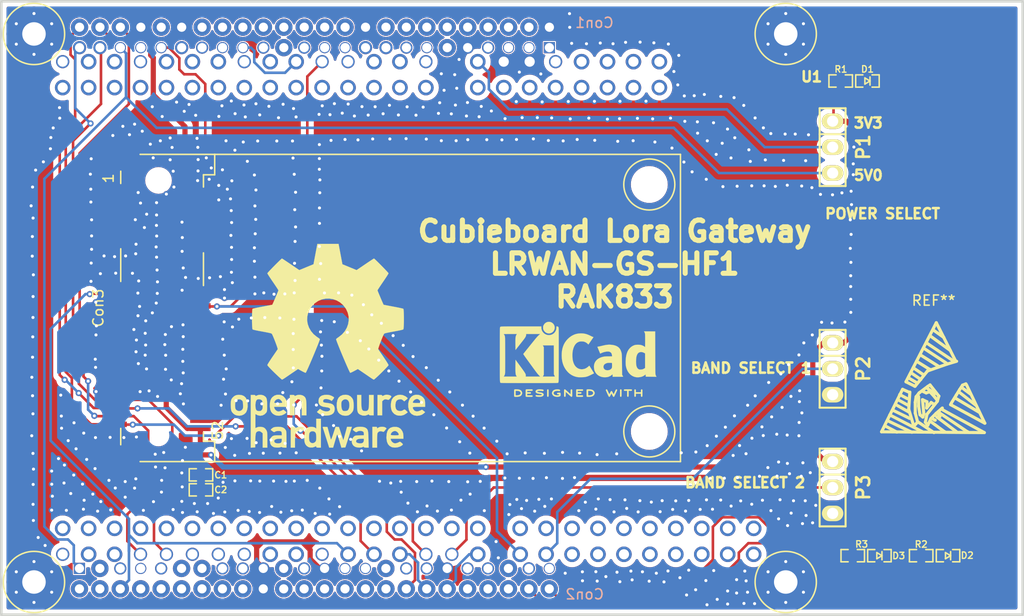
<source format=kicad_pcb>
(kicad_pcb (version 20210424) (generator pcbnew)
  (title_block (title "Cubieboard 1 carrier board with lora gateway - lrwan gs hf1") (date "2021-05-25") (rev "V1.0") (company "MWLinux"))
  (layers (0 "F.Cu" signal) (31 "B.Cu" signal) (34 "B.Paste" user) (35 "F.Paste" user) (36 "B.SilkS" user "B.Silkscreen") (37 "F.SilkS" user "F.Silkscreen") (38 "B.Mask" user) (39 "F.Mask" user) (44 "Edge.Cuts" user))
  (net 0 "")
  (net 1 "GND")
  (net 2 "3V3")
  (net 3 "/PB2_PWM0")
  (net 4 "/PB11{slash}I2S_D03")
  (net 5 "5V")
  (net 6 "/PI10{slash}SPI0_CS0{slash}UART5_TX{slash}EINT22")
  (net 7 "/PI12{slash}SPI0_MOSI{slash}UART6_TX{slash}EINT24")
  (net 8 "/PI11{slash}SPI0_CLK{slash}UART5_RX")
  (net 9 "/PI13{slash}SPI0_MISO{slash}UART6_RX{slash}EINT25")
  (net 10 "/PB18{slash}TWI1_SCK")
  (net 11 "/PE4{slash}TS0_D0")
  (net 12 "/PE5{slash}TS0_D1{slash}CSI0_D1{slash}SMC_VPPEN")
  (net 13 "/PE6{slash}TS0_D2{slash}CSI0_D2")
  (net 14 "/PE10{slash}TS0_D6{slash}CSI0_D6")
  (net 15 "/PE11{slash}TS0_D7{slash}CSI0_D7")
  (net 16 "Net-(D1-Pad1)")
  (net 17 "Net-(D2-Pad1)")
  (net 18 "Net-(D3-Pad1)")
  (net 19 "Net-(P1-Pad2)")
  (net 20 "Net-(P2-Pad2)")
  (net 21 "Net-(P3-Pad2)")
  (footprint "Resistor_Smd_0603:220R_0603" (layer "F.Cu") (at 179.67 77.24)
    (fp_text reference "R1")
    (fp_text value "220R" hide)
  )
  (footprint "Mounting_Holes:Mounting_Hole_M2_Grounded" (layer "F.Cu") (at 100.69 72.63)
    (fp_text reference "MH1" hide)
    (fp_text value "MW_M2_Grounded")
  )
  (footprint "Mounting_Holes:Mounting_Hole_M2_Grounded" (layer "F.Cu") (at 100.69 126.33)
    (fp_text reference "MH3" hide)
    (fp_text value "MW_M2_Grounded")
  )
  (footprint "Goldpin:Goldpin_3_2_54mm" (layer "F.Cu") (at 178.88 83.72 -90)
    (fp_text reference "P1")
    (fp_text value "Power_Sel" hide)
  )
  (footprint "Shields:LRWAN_GS_HF1" (layer "F.Cu") (at 137.79 99.48 -90)
    (fp_text reference "U1")
    (fp_text value "LRWAN_GS_HF1")
  )
  (footprint "Diodes:LED_KPT-1608CGCK" (layer "F.Cu") (at 190.18 123.75 180)
    (fp_text reference "D2")
    (fp_text value "KPT-1608CGCK" hide)
  )
  (footprint "Symbols:KiCad-Logo2_6mm_SilkScreen" (layer "F.Cu") (at 153.962514 103.814848)
    (fp_text reference "REF**" hide)
    (fp_text value "KiCad-Logo2_6mm_SilkScreen" hide)
  )
  (footprint "Mounting_Holes:Mounting_Hole_M2_Grounded" (layer "F.Cu") (at 174.29 72.63)
    (fp_text reference "MH2" hide)
    (fp_text value "MW_M2_Grounded")
  )
  (footprint "Goldpin:Goldpin_3_2_54mm" (layer "F.Cu") (at 178.88 105.44 -90)
    (fp_text reference "P2")
    (fp_text value "Band_Sel1" hide)
  )
  (footprint "Capacitors_Smd_0603:10uF_10V_0603" (layer "F.Cu") (at 117.04 117.3)
    (fp_text reference "C2")
    (fp_text value "10uF" hide)
  )
  (footprint "Symbols:OSHW-Logo_19x20mm_SilkScreen" (layer "F.Cu") (at 129.45 103.17)
    (fp_text reference "REF**" hide)
    (fp_text value "OSHW-Logo_19x20mm_SilkScreen" hide)
  )
  (footprint "Diodes:LED_KPG-1608SURKC-T" (layer "F.Cu") (at 182.29 77.24 180)
    (fp_text reference "D1")
    (fp_text value "KPG-1608SURKC-T" hide)
  )
  (footprint "Resistor_Smd_0603:220R_0603" (layer "F.Cu") (at 180.85 123.75)
    (fp_text reference "R3")
    (fp_text value "220R" hide)
  )
  (footprint "Resistor_Smd_0603:220R_0603" (layer "F.Cu") (at 187.55 123.75)
    (fp_text reference "R2")
    (fp_text value "220R" hide)
  )
  (footprint "Diodes:LED_KPT-1608CGCK" (layer "F.Cu") (at 183.46 123.75 180)
    (fp_text reference "D3")
    (fp_text value "KPT-1608CGCK" hide)
  )
  (footprint "Symbols:Symbol_ESD-Logo_SilkScreen" (layer "F.Cu") (at 188.82 108.3)
    (fp_text reference "REF**")
    (fp_text value "Symbol_ESD-Logo_SilkScreen")
  )
  (footprint "Capacitors_Smd_0603:100nF_0603" (layer "F.Cu") (at 117.04 115.83)
    (fp_text reference "C1")
    (fp_text value "100n" hide)
  )
  (footprint "Goldpin:Goldpin_3_2_54mm" (layer "F.Cu") (at 178.88 117.07 -90)
    (fp_text reference "P3")
    (fp_text value "Band_Sel2" hide)
  )
  (footprint "Smd_Connectors:2041119-1" (layer "F.Cu") (at 112.8825 99.48 -90)
    (fp_text reference "Con3")
    (fp_text value "2041119-1")
  )
  (footprint "Mounting_Holes:Mounting_Hole_M2_Grounded" (layer "F.Cu") (at 174.29 126.33)
    (fp_text reference "MH4" hide)
    (fp_text value "MW_M2_Grounded")
  )
  (footprint "Header_Socket_2mm:Header_Socket_2x26pin" (layer "B.Cu") (at 128.15 72.97)
    (fp_text reference "Con1")
    (fp_text value "Header_Socket_2x26")
  )
  (footprint "Header_Socket_2mm:Header_Socket_2x26pin" (layer "B.Cu") (at 128.14 126 180)
    (fp_text reference "Con2")
    (fp_text value "Header_Socket_2x26")
  )
  (gr_line (start 197.49 129.53) (end 97.49 129.53) (layer "Edge.Cuts") (width 0.254))
  (gr_line (start 197.49 69.43) (end 97.49 69.43) (layer "Edge.Cuts") (width 0.254))
  (gr_line (start 97.49 69.43) (end 97.49 129.53) (layer "Edge.Cuts") (width 0.254))
  (gr_line (start 197.49 69.43) (end 197.49 129.53) (layer "Edge.Cuts") (width 0.254))
  (gr_text "POWER SELECT" (at 183.77 90.24) (layer "F.SilkS") (effects (font (size 1 1) (thickness 0.25))))
  (gr_text "Cubieboard Lora Gateway\nLRWAN-GS-HF1\nRAK833" (at 157.54 95.18) (layer "F.SilkS") (effects (font (size 2 2) (thickness 0.5))))
  (gr_text "3V3" (at 182.37 81.36) (layer "F.SilkS") (effects (font (size 1 1) (thickness 0.25))))
  (gr_text "BAND SELECT 1" (at 170.88 105.37) (layer "F.SilkS") (effects (font (size 1 1) (thickness 0.25))))
  (gr_text "BAND SELECT 2" (at 170.31 116.6) (layer "F.SilkS") (effects (font (size 1 1) (thickness 0.25))))
  (gr_text "5V0" (at 182.38 86.48) (layer "F.SilkS") (effects (font (size 1 1) (thickness 0.25))))
  (segment (start 116.9825 100.88) (end 119.27 100.88) (width 0.508) (layer "F.Cu") (net 1))
  (segment (start 108.7825 97.28) (end 107.46 97.28) (width 0.25) (layer "F.Cu") (net 1))
  (segment (start 108.7825 105.28) (end 106.74 105.28) (width 0.508) (layer "F.Cu") (net 1))
  (segment (start 118.26382 110.48) (end 119.01 109.73382) (width 0.508) (layer "F.Cu") (net 1))
  (segment (start 128.651803 125) (end 127.73 124.078197) (width 0.508) (layer "F.Cu") (net 1))
  (segment (start 127.73 124.078197) (end 127.73 123.186043) (width 0.508) (layer "F.Cu") (net 1))
  (segment (start 122.49 124.35) (end 123.14 125) (width 0.508) (layer "F.Cu") (net 1))
  (segment (start 108.7825 104.48) (end 106.71 104.48) (width 0.508) (layer "F.Cu") (net 1))
  (segment (start 116.9825 106.48) (end 119.23 106.48) (width 0.508) (layer "F.Cu") (net 1))
  (segment (start 108.7825 101.28) (end 106.85 101.28) (width 0.508) (layer "F.Cu") (net 1))
  (segment (start 108.7825 102.08) (end 106.8 102.08) (width 0.508) (layer "F.Cu") (net 1))
  (segment (start 106.8 102.08) (end 106.76 102.12) (width 0.508) (layer "F.Cu") (net 1))
  (segment (start 127.73 123.186043) (end 126.943446 122.399489) (width 0.508) (layer "F.Cu") (net 1))
  (segment (start 110.56 90.88) (end 110.61 90.83) (width 0.508) (layer "F.Cu") (net 1))
  (segment (start 108.7825 107.68) (end 106.78 107.68) (width 0.508) (layer "F.Cu") (net 1))
  (segment (start 116.9825 110.48) (end 118.26382 110.48) (width 0.508) (layer "F.Cu") (net 1))
  (segment (start 123.050511 122.399489) (end 122.49 122.96) (width 0.508) (layer "F.Cu") (net 1))
  (segment (start 122.49 122.96) (end 122.49 124.35) (width 0.508) (layer "F.Cu") (net 1))
  (segment (start 119.01 109.73382) (end 119.01 109.01) (width 0.508) (layer "F.Cu") (net 1))
  (segment (start 106.74 105.28) (end 106.72 105.3) (width 0.508) (layer "F.Cu") (net 1))
  (segment (start 126.943446 122.399489) (end 123.050511 122.399489) (width 0.508) (layer "F.Cu") (net 1))
  (segment (start 106.77 98.88) (end 106.74 98.91) (width 0.508) (layer "F.Cu") (net 1))
  (segment (start 116.9825 104.08) (end 119.3 104.08) (width 0.508) (layer "F.Cu") (net 1))
  (segment (start 119.23 106.48) (end 119.25 106.46) (width 0.508) (layer "F.Cu") (net 1))
  (segment (start 108.7825 93.28) (end 110.63 93.28) (width 0.508) (layer "F.Cu") (net 1))
  (segment (start 108.7825 90.88) (end 110.56 90.88) (width 0.508) (layer "F.Cu") (net 1))
  (segment (start 119.3 104.08) (end 119.32 104.1) (width 0.508) (layer "F.Cu") (net 1))
  (segment (start 107.46 97.28) (end 107.19 97.01) (width 0.25) (layer "F.Cu") (net 1))
  (segment (start 116.9825 88.88) (end 118.77 88.88) (width 0.508) (layer "F.Cu") (net 1))
  (segment (start 108.7825 98.88) (end 106.77 98.88) (width 0.508) (layer "F.Cu") (net 1))
  (segment (start 106.85 101.28) (end 106.8 101.23) (width 0.508) (layer "F.Cu") (net 1))
  (segment (start 118.77 88.88) (end 118.78 88.89) (width 0.508) (layer "F.Cu") (net 1))
  (segment (start 106.71 104.48) (end 106.69 104.5) (width 0.508) (layer "F.Cu") (net 1))
  (segment (start 106.78 107.68) (end 106.77 107.67) (width 0.508) (layer "F.Cu") (net 1))
  (segment (start 107.19 97.01) (end 107.19 96.12) (width 0.25) (layer "F.Cu") (net 1))
  (segment (start 110.63 93.28) (end 110.68 93.23) (width 0.508) (layer "F.Cu") (net 1))
  (segment (start 119.27 100.88) (end 119.31 100.84) (width 0.508) (layer "F.Cu") (net 1))
  (segment (start 119.31 98.48) (end 119.34 98.51) (width 0.508) (layer "F.Cu") (net 1))
  (segment (start 129.14 125) (end 128.651803 125) (width 0.508) (layer "F.Cu") (net 1))
  (via (at 128.68 86.93) (size 0.6) (drill 0.3) (layers "F.Cu" "B.Cu") (net 1))
  (via (at 155.82 113.85) (size 0.6) (drill 0.3) (layers "F.Cu" "B.Cu") (net 1))
  (via (at 180.65 97.38) (size 0.6) (drill 0.3) (layers "F.Cu" "B.Cu") (net 1))
  (via (at 141.09 111.24) (size 0.6) (drill 0.3) (layers "F.Cu" "B.Cu") (net 1))
  (via (at 113.24 80.72) (size 0.6) (drill 0.3) (layers "F.Cu" "B.Cu") (net 1))
  (via (at 115.28 101.13) (size 0.6) (drill 0.3) (layers "F.Cu" "B.Cu") (net 1))
  (via (at 158.55 118.28) (size 0.6) (drill 0.3) (layers "F.Cu" "B.Cu") (net 1))
  (via (at 100.6 98.36) (size 0.6) (drill 0.3) (layers "F.Cu" "B.Cu") (net 1))
  (via (at 164.32 85.18) (size 0.6) (drill 0.3) (layers "F.Cu" "B.Cu") (net 1))
  (via (at 158.02 80.93) (size 0.6) (drill 0.3) (layers "F.Cu" "B.Cu") (net 1))
  (via (at 120.36 84.02) (size 0.6) (drill 0.3) (layers "F.Cu" "B.Cu") (net 1))
  (via (at 167.58 128.03) (size 0.6) (drill 0.3) (layers "F.Cu" "B.Cu") (net 1))
  (via (at 116.67 119.45) (size 0.6) (drill 0.3) (layers "F.Cu" "B.Cu") (net 1))
  (via (at 132.76 113.48) (size 0.6) (drill 0.3) (layers "F.Cu" "B.Cu") (net 1))
  (via (at 135.43 105.65) (size 0.6) (drill 0.3) (layers "F.Cu" "B.Cu") (net 1))
  (via (at 158.61 73.45) (size 0.6) (drill 0.3) (layers "F.Cu" "B.Cu") (net 1))
  (via (at 160.92 126.25) (size 0.6) (drill 0.3) (layers "F.Cu" "B.Cu") (net 1))
  (via (at 168.07 83.34) (size 0.6) (drill 0.3) (layers "F.Cu" "B.Cu") (net 1))
  (via (at 159.77 80.9) (size 0.6) (drill 0.3) (layers "F.Cu" "B.Cu") (net 1))
  (via (at 146.5 83.01) (size 0.6) (drill 0.3) (layers "F.Cu" "B.Cu") (net 1))
  (via (at 120.11 97) (size 0.6) (drill 0.3) (layers "F.Cu" "B.Cu") (net 1))
  (via (at 141.95 79.6) (size 0.6) (drill 0.3) (layers "F.Cu" "B.Cu") (net 1))
  (via (at 106.76 102.12) (size 0.6) (drill 0.3) (layers "F.Cu" "B.Cu") (net 1))
  (via (at 166.47 126.19) (size 0.6) (drill 0.3) (layers "F.Cu" "B.Cu") (net 1))
  (via (at 175.05 118.37) (size 0.6) (drill 0.3) (layers "F.Cu" "B.Cu") (net 1))
  (via (at 111.12 89.2) (size 0.6) (drill 0.3) (layers "F.Cu" "B.Cu") (net 1))
  (via (at 100.55 87.63) (size 0.6) (drill 0.3) (layers "F.Cu" "B.Cu") (net 1))
  (via (at 128.64 89.68) (size 0.6) (drill 0.3) (layers "F.Cu" "B.Cu") (net 1))
  (via (at 143.16 82.99) (size 0.6) (drill 0.3) (layers "F.Cu" "B.Cu") (net 1))
  (via (at 163.72 77.62) (size 0.6) (drill 0.3) (layers "F.Cu" "B.Cu") (net 1))
  (via (at 128.86 100.71) (size 0.6) (drill 0.3) (layers "F.Cu" "B.Cu") (net 1))
  (via (at 126.1 79.94) (size 0.6) (drill 0.3) (layers "F.Cu" "B.Cu") (net 1))
  (via (at 131.14 82.97) (size 0.6) (drill 0.3) (layers "F.Cu" "B.Cu") (net 1))
  (via (at 166.61 83.1) (size 0.6) (drill 0.3) (layers "F.Cu" "B.Cu") (net 1))
  (via (at 140.41 79.37) (size 0.6) (drill 0.3) (layers "F.Cu" "B.Cu") (net 1))
  (via (at 179.79 88.2) (size 0.6) (drill 0.3) (layers "F.Cu" "B.Cu") (net 1))
  (via (at 101.78 122.75) (size 0.6) (drill 0.3) (layers "F.Cu" "B.Cu") (net 1))
  (via (at 126.17 98) (size 0.6) (drill 0.3) (layers "F.Cu" "B.Cu") (net 1))
  (via (at 173.27 87.57) (size 0.6) (drill 0.3) (layers "F.Cu" "B.Cu") (net 1))
  (via (at 116.73 83.74) (size 0.6) (drill 0.3) (layers "F.Cu" "B.Cu") (net 1))
  (via (at 122.27 86.45) (size 0.6) (drill 0.3) (layers "F.Cu" "B.Cu") (net 1))
  (via (at 165.33 78.68) (size 0.6) (drill 0.3) (layers "F.Cu" "B.Cu") (net 1))
  (via (at 143.68 110.08) (size 0.6) (drill 0.3) (layers "F.Cu" "B.Cu") (net 1))
  (via (at 131.81 98.22) (size 0.6) (drill 0.3) (layers "F.Cu" "B.Cu") (net 1))
  (via (at 127.44 116.37) (size 0.6) (drill 0.3) (layers "F.Cu" "B.Cu") (net 1))
  (via (at 111.5 91.6) (size 0.6) (drill 0.3) (layers "F.Cu" "B.Cu") (net 1))
  (via (at 155.01 80.88) (size 0.6) (drill 0.3) (layers "F.Cu" "B.Cu") (net 1))
  (via (at 169.57 116.1) (size 0.6) (drill 0.3) (layers "F.Cu" "B.Cu") (net 1))
  (via (at 112.76 98.05) (size 0.6) (drill 0.3) (layers "F.Cu" "B.Cu") (net 1))
  (via (at 128.63 85.89) (size 0.6) (drill 0.3) (layers "F.Cu" "B.Cu") (net 1))
  (via (at 164.06 113.67) (size 0.6) (drill 0.3) (layers "F.Cu" "B.Cu") (net 1))
  (via (at 169.53 87.55) (size 0.6) (drill 0.3) (layers "F.Cu" "B.Cu") (net 1))
  (via (at 148.21 116.16) (size 0.6) (drill 0.3) (layers "F.Cu" "B.Cu") (net 1))
  (via (at 100.59 100.41) (size 0.6) (drill 0.3) (layers "F.Cu" "B.Cu") (net 1))
  (via (at 148.78 113.68) (size 0.6) (drill 0.3) (layers "F.Cu" "B.Cu") (net 1))
  (via (at 103.86 119.31) (size 0.6) (drill 0.3) (layers "F.Cu" "B.Cu") (net 1))
  (via (at 106.8 101.23) (size 0.6) (drill 0.3) (layers "F.Cu" "B.Cu") (net 1))
  (via (at 106.29 95.08) (size 0.6) (drill 0.3) (layers "F.Cu" "B.Cu") (net 1))
  (via (at 170.55 127.33) (size 0.6) (drill 0.3) (layers "F.Cu" "B.Cu") (net 1))
  (via (at 109.66 94.38) (size 0.6) (drill 0.3) (layers "F.Cu" "B.Cu") (net 1))
  (via (at 111.08 107.68) (size 0.6) (drill 0.3) (layers "F.Cu" "B.Cu") (net 1))
  (via (at 137.8 104.24) (size 0.6) (drill 0.3) (layers "F.Cu" "B.Cu") (net 1))
  (via (at 170.82 85.12) (size 0.6) (drill 0.3) (layers "F.Cu" "B.Cu") (net 1))
  (via (at 125.05 107.77) (size 0.6) (drill 0.3) (layers "F.Cu" "B.Cu") (net 1))
  (via (at 106.33 93.73) (size 0.6) (drill 0.3) (layers "F.Cu" "B.Cu") (net 1))
  (via (at 121.76 119.42) (size 0.6) (drill 0.3) (layers "F.Cu" "B.Cu") (net 1))
  (via (at 117.88 96.52) (size 0.6) (drill 0.3) (layers "F.Cu" "B.Cu") (net 1))
  (via (at 149.71 119.39) (size 0.6) (drill 0.3) (layers "F.Cu" "B.Cu") (net 1))
  (via (at 112.69 90.37) (size 0.6) (drill 0.3) (layers "F.Cu" "B.Cu") (net 1))
  (via (at 121.55 112.26) (size 0.6) (drill 0.3) (layers "F.Cu" "B.Cu") (net 1))
  (via (at 124.77 113.7) (size 0.6) (drill 0.3) (layers "F.Cu" "B.Cu") (net 1))
  (via (at 147.91 79.26) (size 0.6) (drill 0.3) (layers "F.Cu" "B.Cu") (net 1))
  (via (at 110.94 96.83) (size 0.6) (drill 0.3) (layers "F.Cu" "B.Cu") (net 1))
  (via (at 122.32 98.1) (size 0.6) (drill 0.3) (layers "F.Cu" "B.Cu") (net 1))
  (via (at 110.33 96.08) (size 0.6) (drill 0.3) (layers "F.Cu" "B.Cu") (net 1))
  (via (at 113.19 116.37) (size 0.6) (drill 0.3) (layers "F.Cu" "B.Cu") (net 1))
  (via (at 119.01 109.01) (size 0.6) (drill 0.3) (layers "F.Cu" "B.Cu") (net 1))
  (via (at 180.67 95.01) (size 0.6) (drill 0.3) (layers "F.Cu" "B.Cu") (net 1))
  (via (at 115.4 80.21) (size 0.6) (drill 0.3) (layers "F.Cu" "B.Cu") (net 1))
  (via (at 172.17 87.51) (size 0.6) (drill 0.3) (layers "F.Cu" "B.Cu") (net 1))
  (via (at 129.67 80.54) (size 0.6) (drill 0.3) (layers "F.Cu" "B.Cu") (net 1))
  (via (at 153.61 116.1) (size 0.6) (drill 0.3) (layers "F.Cu" "B.Cu") (net 1))
  (via (at 114.02 84.96) (size 0.6) (drill 0.3) (layers "F.Cu" "B.Cu") (net 1))
  (via (at 112.7 92.43) (size 0.6) (drill 0.3) (layers "F.Cu" "B.Cu") (net 1))
  (via (at 120.06 87.02) (size 0.6) (drill 0.3) (layers "F.Cu" "B.Cu") (net 1))
  (via (at 134.87 80.45) (size 0.6) (drill 0.3) (layers "F.Cu" "B.Cu") (net 1))
  (via (at 180.9 85.36) (size 0.6) (drill 0.3) (layers "F.Cu" "B.Cu") (net 1))
  (via (at 173.41 111.85) (size 0.6) (drill 0.3) (layers "F.Cu" "B.Cu") (net 1))
  (via (at 110.72 102.62) (size 0.6) (drill 0.3) (layers "F.Cu" "B.Cu") (net 1))
  (via (at 161.62 125.47) (size 0.6) (drill 0.3) (layers "F.Cu" "B.Cu") (net 1))
  (via (at 120.38 80.44) (size 0.6) (drill 0.3) (layers "F.Cu" "B.Cu") (net 1))
  (via (at 111.58 104.1) (size 0.6) (drill 0.3) (layers "F.Cu" "B.Cu") (net 1))
  (via (at 147.01 113.77) (size 0.6) (drill 0.3) (layers "F.Cu" "B.Cu") (net 1))
  (via (at 116.52 80.6) (size 0.6) (drill 0.3) (layers "F.Cu" "B.Cu") (net 1))
  (via (at 126.14 100.59) (size 0.6) (drill 0.3) (layers "F.Cu" "B.Cu") (net 1))
  (via (at 162.19 118.36) (size 0.6) (drill 0.3) (layers "F.Cu" "B.Cu") (net 1))
  (via (at 121.25 79.59) (size 0.6) (drill 0.3) (layers "F.Cu" "B.Cu") (net 1))
  (via (at 126.2 95.1) (size 0.6) (drill 0.3) (layers "F.Cu" "B.Cu") (net 1))
  (via (at 140.29 80.41) (size 0.6) (drill 0.3) (layers "F.Cu" "B.Cu") (net 1))
  (via (at 175.87 109.76) (size 0.6) (drill 0.3) (layers "F.Cu" "B.Cu") (net 1))
  (via (at 102.3 83.88) (size 0.6) (drill 0.3) (layers "F.Cu" "B.Cu") (net 1))
  (via (at 140.57 76.53) (size 0.6) (drill 0.3) (layers "F.Cu" "B.Cu") (net 1))
  (via (at 109.39 81.68) (size 0.6) (drill 0.3) (layers "F.Cu" "B.Cu") (net 1))
  (via (at 175.97 114.65) (size 0.6) (drill 0.3) (layers "F.Cu" "B.Cu") (net 1))
  (via (at 111.03 99.33) (size 0.6) (drill 0.3) (layers "F.Cu" "B.Cu") (net 1))
  (via (at 144.48 79.73) (size 0.6) (drill 0.3) (layers "F.Cu" "B.Cu") (net 1))
  (via (at 122.42 87.92) (size 0.6) (drill 0.3) (layers "F.Cu" "B.Cu") (net 1))
  (via (at 139.1 82.93) (size 0.6) (drill 0.3) (layers "F.Cu" "B.Cu") (net 1))
  (via (at 155.94 118.19) (size 0.6) (drill 0.3) (layers "F.Cu" "B.Cu") (net 1))
  (via (at 178.87 88.39) (size 0.6) (drill 0.3) (layers "F.Cu" "B.Cu") (net 1))
  (via (at 123 108.87) (size 0.6) (drill 0.3) (layers "F.Cu" "B.Cu") (net 1))
  (via (at 115.16 115.64) (size 0.6) (drill 0.3) (layers "F.Cu" "B.Cu") (net 1))
  (via (at 167.5 112.04) (size 0.6) (drill 0.3) (layers "F.Cu" "B.Cu") (net 1))
  (via (at 134.52 116.46) (size 0.6) (drill 0.3) (layers "F.Cu" "B.Cu") (net 1))
  (via (at 112.68 91.39) (size 0.6) (drill 0.3) (layers "F.Cu" "B.Cu") (net 1))
  (via (at 129.64 119.68) (size 0.6) (drill 0.3) (layers "F.Cu" "B.Cu") (net 1))
  (via (at 120.04 94.73) (size 0.6) (drill 0.3) (layers "F.Cu" "B.Cu") (net 1))
  (via (at 155.83 126.24) (size 0.6) (drill 0.3) (layers "F.Cu" "B.Cu") (net 1))
  (via (at 126.18 116.44) (size 0.6) (drill 0.3) (layers "F.Cu" "B.Cu") (net 1))
  (via (at 111.62 103.11) (size 0.6) (drill 0.3) (layers "F.Cu" "B.Cu") (net 1))
  (via (at 103.21 80.88) (size 0.6) (drill 0.3) (layers "F.Cu" "B.Cu") (net 1))
  (via (at 175.58 104.08) (size 0.6) (drill 0.3) (layers "F.Cu" "B.Cu") (net 1))
  (via (at 166.9 116.17) (size 0.6) (drill 0.3) (layers "F.Cu" "B.Cu") (net 1))
  (via (at 114.32 86.08) (size 0.6) (drill 0.3) (layers "F.Cu" "B.Cu") (net 1))
  (via (at 142.02 83.09) (size 0.6) (drill 0.3) (layers "F.Cu" "B.Cu") (net 1))
  (via (at 118.05 85.76) (size 0.6) (drill 0.3) (layers "F.Cu" "B.Cu") (net 1))
  (via (at 142.31 75.13) (size 0.6) (drill 0.3) (layers "F.Cu" "B.Cu") (net 1))
  (via (at 102.42 115.46) (size 0.6) (drill 0.3) (layers "F.Cu" "B.Cu") (net 1))
  (via (at 173.44 115.96) (size 0.6) (drill 0.3) (layers "F.Cu" "B.Cu") (net 1))
  (via (at 160.01 118.36) (size 0.6) (drill 0.3) (layers "F.Cu" "B.Cu") (net 1))
  (via (at 140.84 78.15) (size 0.6) (drill 0.3) (layers "F.Cu" "B.Cu") (net 1))
  (via (at 136.43 106.65) (size 0.6) (drill 0.3) (layers "F.Cu" "B.Cu") (net 1))
  (via (at 115.2 117.01) (size 0.6) (drill 0.3) (layers "F.Cu" "B.Cu") (net 1))
  (via (at 108.58 94.45) (size 0.6) (drill 0.3) (layers "F.Cu" "B.Cu") (net 1))
  (via (at 177.23 118.82) (size 0.6) (drill 0.3) (layers "F.Cu" "B.Cu") (net 1))
  (via (at 106.33 92.42) (size 0.6) (drill 0.3) (layers "F.Cu" "B.Cu") (net 1))
  (via (at 125.36 116.47) (size 0.6) (drill 0.3) (layers "F.Cu" "B.Cu") (net 1))
  (via (at 145.02 82.99) (size 0.6) (drill 0.3) (layers "F.Cu" "B.Cu") (net 1))
  (via (at 119.2 116.56) (size 0.6) (drill 0.3) (layers "F.Cu" "B.Cu") (net 1))
  (via (at 152.5 83.11) (size 0.6) (drill 0.3) (layers "F.Cu" "B.Cu") (net 1))
  (via (at 172.83 82.39) (size 0.6) (drill 0.3) (layers "F.Cu" "B.Cu") (net 1))
  (via (at 110.89 88.17) (size 0.6) (drill 0.3) (layers "F.Cu" "B.Cu") (net 1))
  (via (at 119.34 97.68) (size 0.6) (drill 0.3) (layers "F.Cu" "B.Cu") (net 1))
  (via (at 120.04 91.11) (size 0.6) (drill 0.3) (layers "F.Cu" "B.Cu") (net 1))
  (via (at 167.48 84.43) (size 0.6) (drill 0.3) (layers "F.Cu" "B.Cu") (net 1))
  (via (at 159.84 119.46) (size 0.6) (drill 0.3) (layers "F.Cu" "B.Cu") (net 1))
  (via (at 115.19 97.74) (size 0.6) (drill 0.3) (layers "F.Cu" "B.Cu") (net 1))
  (via (at 173.93 109.22) (size 0.6) (drill 0.3) (layers "F.Cu" "B.Cu") (net 1))
  (via (at 175.63 108.66) (size 0.6) (drill 0.3) (layers "F.Cu" "B.Cu") (net 1))
  (via (at 138.79 79.8) (size 0.6) (drill 0.3) (layers "F.Cu" "B.Cu") (net 1))
  (via (at 122.42 79.47) (size 0.6) (drill 0.3) (layers "F.Cu" "B.Cu") (net 1))
  (via (at 124.46 83.12) (size 0.6) (drill 0.3) (layers "F.Cu" "B.Cu") (net 1))
  (via (at 146.79 116.14) (size 0.6) (drill 0.3) (layers "F.Cu" "B.Cu") (net 1))
  (via (at 108.69 96.07) (size 0.6) (drill 0.3) (layers "F.Cu" "B.Cu") (net 1))
  (via (at 100.63 96.23) (size 0.6) (drill 0.3) (layers "F.Cu" "B.Cu") (net 1))
  (via (at 172.29 84.97) (size 0.6) (drill 0.3) (layers "F.Cu" "B.Cu") (net 1))
  (via (at 122.32 96.46) (size 0.6) (drill 0.3) (layers "F.Cu" "B.Cu") (net 1))
  (via (at 175.85 87.53) (size 0.6) (drill 0.3) (layers "F.Cu" "B.Cu") (net 1))
  (via (at 174.66 115.72) (size 0.6) (drill 0.3) (layers "F.Cu" "B.Cu") (net 1))
  (via (at 112.78 96.92) (size 0.6) (drill 0.3) (layers "F.Cu" "B.Cu") (net 1))
  (via (at 133.76 100.15) (size 0.6) (drill 0.3) (layers "F.Cu" "B.Cu") (net 1))
  (via (at 130.1 79.46) (size 0.6) (drill 0.3) (layers "F.Cu" "B.Cu") (net 1))
  (via (at 165.66 82.35) (size 0.6) (drill 0.3) (layers "F.Cu" "B.Cu") (net 1))
  (via (at 106.26 89.1) (size 0.6) (drill 0.3) (layers "F.Cu" "B.Cu") (net 1))
  (via (at 153.33 73.55) (size 0.6) (drill 0.3) (layers "F.Cu" "B.Cu") (net 1))
  (via (at 122.35 92.21) (size 0.6) (drill 0.3) (layers "F.Cu" "B.Cu") (net 1))
  (via (at 163.22 119.22) (size 0.6) (drill 0.3) (layers "F.Cu" "B.Cu") (net 1))
  (via (at 128.63 84.84) (size 0.6) (drill 0.3) (layers "F.Cu" "B.Cu") (net 1))
  (via (at 106.74 98.91) (size 0.6) (drill 0.3) (layers "F.Cu" "B.Cu") (net 1))
  (via (at 126 83.12) (size 0.6) (drill 0.3) (layers "F.Cu" "B.Cu") (net 1))
  (via (at 122.8 116.44) (size 0.6) (drill 0.3) (layers "F.Cu" "B.Cu") (net 1))
  (via (at 113.65 88.32) (size 0.6) (drill 0.3) (layers "F.Cu" "B.Cu") (net 1))
  (via (at 170.18 79.63) (size 0.6) (drill 0.3) (layers "F.Cu" "B.Cu") (net 1))
  (via (at 114.31 119.23) (size 0.6) (drill 0.3) (layers "F.Cu" "B.Cu") (net 1))
  (via (at 114.02 82.82) (size 0.6) (drill 0.3) (layers "F.Cu" "B.Cu") (net 1))
  (via (at 104.58 115.85) (size 0.6) (drill 0.3) (layers "F.Cu" "B.Cu") (net 1))
  (via (at 119.97 92.37) (size 0.6) (drill 0.3) (layers "F.Cu" "B.Cu") (net 1))
  (via (at 104.04 112.48) (size 0.6) (drill 0.3) (layers "F.Cu" "B.Cu") (net 1))
  (via (at 180.96 83.71) (size 0.6) (drill 0.3) (layers "F.Cu" "B.Cu") (net 1))
  (via (at 125.94 106.71) (size 0.6) (drill 0.3) (layers "F.Cu" "B.Cu") (net 1))
  (via (at 106.29 84.86) (size 0.6) (drill 0.3) (layers "F.Cu" "B.Cu") (net 1))
  (via (at 122.44 112.68) (size 0.6) (drill 0.3) (layers "F.Cu" "B.Cu") (net 1))
  (via (at 112.39 118.46) (size 0.6) (drill 0.3) (layers "F.Cu" "B.Cu") (net 1))
  (via (at 162.37 126.32) (size 0.6) (drill 0.3) (layers "F.Cu" "B.Cu") (net 1))
  (via (at 115.3 95.56) (size 0.6) (drill 0.3) (layers "F.Cu" "B.Cu") (net 1))
  (via (at 166.51 86.87) (size 0.6) (drill 0.3) (layers "F.Cu" "B.Cu") (net 1))
  (via (at 114.39 87.63) (size 0.6) (drill 0.3) (layers "F.Cu" "B.Cu") (net 1))
  (via (at 149.58 82.91) (size 0.6) (drill 0.3) (layers "F.Cu" "B.Cu") (net 1))
  (via (at 164.79 118.34) (size 0.6) (drill 0.3) (layers "F.Cu" "B.Cu") (net 1))
  (via (at 148.48 80.83) (size 0.6) (drill 0.3) (layers "F.Cu" "B.Cu") (net 1))
  (via (at 166.32 78.56) (size 0.6) (drill 0.3) (layers "F.Cu" "B.Cu") (net 1))
  (via (at 104.61 110.73) (size 0.6) (drill 0.3) (layers "F.Cu" "B.Cu") (net 1))
  (via (at 122.27 94.9) (size 0.6) (drill 0.3) (layers "F.Cu" "B.Cu") (net 1))
  (via (at 143.13 79.35) (size 0.6) (drill 0.3) (layers "F.Cu" "B.Cu") (net 1))
  (via (at 175.65 107.59) (size 0.6) (drill 0.3) (layers "F.Cu" "B.Cu") (net 1))
  (via (at 164.48 119.38) (size 0.6) (drill 0.3) (layers "F.Cu" "B.Cu") (net 1))
  (via (at 123.69 79.72) (size 0.6) (drill 0.3) (layers "F.Cu" "B.Cu") (net 1))
  (via (at 161.13 118.5) (size 0.6) (drill 0.3) (layers "F.Cu" "B.Cu") (net 1))
  (via (at 150.7 118.92) (size 0.6) (drill 0.3) (layers "F.Cu" "B.Cu") (net 1))
  (via (at 108.03 116.37) (size 0.6) (drill 0.3) (layers "F.Cu" "B.Cu") (net 1))
  (via (at 108.2 119.27) (size 0.6) (drill 0.3) (layers "F.Cu" "B.Cu") (net 1))
  (via (at 161.26 80.95) (size 0.6) (drill 0.3) (layers "F.Cu" "B.Cu") (net 1))
  (via (at 100.85 85.97) (size 0.6) (drill 0.3) (layers "F.Cu" "B.Cu") (net 1))
  (via (at 128.63 83.47) (size 0.6) (drill 0.3) (layers "F.Cu" "B.Cu") (net 1))
  (via (at 141.55 80.46) (size 0.6) (drill 0.3) (layers "F.Cu" "B.Cu") (net 1))
  (via (at 149.97 80.83) (size 0.6) (drill 0.3) (layers "F.Cu" "B.Cu") (net 1))
  (via (at 126.36 113.67) (size 0.6) (drill 0.3) (layers "F.Cu" "B.Cu") (net 1))
  (via (at 136.37 80.57) (size 0.6) (drill 0.3) (layers "F.Cu" "B.Cu") (net 1))
  (via (at 106.45 117.72) (size 0.6) (drill 0.3) (layers "F.Cu" "B.Cu") (net 1))
  (via (at 144.76 111.25) (size 0.6) (drill 0.3) (layers "F.Cu" "B.Cu") (net 1))
  (via (at 122.4 90.8) (size 0.6) (drill 0.3) (layers "F.Cu" "B.Cu") (net 1))
  (via (at 102.42 119.29) (size 0.6) (drill 0.3) (layers "F.Cu" "B.Cu") (net 1))
  (via (at 106.92 119.39) (size 0.6) (drill 0.3) (layers "F.Cu" "B.Cu") (net 1))
  (via (at 110.61 90.83) (size 0.6) (drill 0.3) (layers "F.Cu" "B.Cu") (net 1))
  (via (at 165.12 86.14) (size 0.6) (drill 0.3) (layers "F.Cu" "B.Cu") (net 1))
  (via (at 128.76 95.13) (size 0.6) (drill 0.3) (layers "F.Cu" "B.Cu") (net 1))
  (via (at 151.37 80.86) (size 0.6) (drill 0.3) (layers "F.Cu" "B.Cu") (net 1))
  (via (at 119.14 85.94) (size 0.6) (drill 0.3) (layers "F.Cu" "B.Cu") (net 1))
  (via (at 111.96 107.6) (size 0.6) (drill 0.3) (layers "F.Cu" "B.Cu") (net 1))
  (via (at 120.74 100.58) (size 0.6) (drill 0.3) (layers "F.Cu" "B.Cu") (net 1))
  (via (at 125.25 98.1) (size 0.6) (drill 0.3) (layers "F.Cu" "B.Cu") (net 1))
  (via (at 100.61 116.77) (size 0.6) (drill 0.3) (layers "F.Cu" "B.Cu") (net 1))
  (via (at 165.91 119.22) (size 0.6) (drill 0.3) (layers "F.Cu" "B.Cu") (net 1))
  (via (at 173.81 105.94) (size 0.6) (drill 0.3) (layers "F.Cu" "B.Cu") (net 1))
  (via (at 143.15 116.51) (size 0.6) (drill 0.3) (layers "F.Cu" "B.Cu") (net 1))
  (via (at 120.02 95.98) (size 0.6) (drill 0.3) (layers "F.Cu" "B.Cu") (net 1))
  (via (at 146 112.53) (size 0.6) (drill 0.3) (layers "F.Cu" "B.Cu") (net 1))
  (via (at 150.31 76.55) (size 0.6) (drill 0.3) (layers "F.Cu" "B.Cu") (net 1))
  (via (at 132.8 79.75) (size 0.6) (drill 0.3) (layers "F.Cu" "B.Cu") (net 1))
  (via (at 128.6 80.51) (size 0.6) (drill 0.3) (layers "F.Cu" "B.Cu") (net 1))
  (via (at 131.45 79.5) (size 0.6) (drill 0.3) (layers "F.Cu" "B.Cu") (net 1))
  (via (at 128.91 79.67) (size 0.6) (drill 0.3) (layers "F.Cu" "B.Cu") (net 1))
  (via (at 163.34 76.31) (size 0.6) (drill 0.3) (layers "F.Cu" "B.Cu") (net 1))
  (via (at 124.15 116.44) (size 0.6) (drill 0.3) (layers "F.Cu" "B.Cu") (net 1))
  (via (at 171.3 108.09) (size 0.6) (drill 0.3) (layers "F.Cu" "B.Cu") (net 1))
  (via (at 126.3 91.54) (size 0.6) (drill 0.3) (layers "F.Cu" "B.Cu") (net 1))
  (via (at 117.84 86.87) (size 0.6) (drill 0.3) (layers "F.Cu" "B.Cu") (net 1))
  (via (at 112.69 94.5) (size 0.6) (drill 0.3) (layers "F.Cu" "B.Cu") (net 1))
  (via (at 106.71 112.18) (size 0.6) (drill 0.3) (layers "F.Cu" "B.Cu") (net 1))
  (via (at 112.79 108.15) (size 0.6) (drill 0.3) (layers "F.Cu" "B.Cu") (net 1))
  (via (at 115.21 92.58) (size 0.6) (drill 0.3) (layers "F.Cu" "B.Cu") (net 1))
  (via (at 126.05 84.79) (size 0.6) (drill 0.3) (layers "F.Cu" "B.Cu") (net 1))
  (via (at 101.61 85.16) (size 0.6) (drill 0.3) (layers "F.Cu" "B.Cu") (net 1))
  (via (at 128.34 108.99) (size 0.6) (drill 0.3) (layers "F.Cu" "B.Cu") (net 1))
  (via (at 176.92 120.53) (size 0.6) (drill 0.3) (layers "F.Cu" "B.Cu") (net 1))
  (via (at 112.69 89.16) (size 0.6) (drill 0.3) (layers "F.Cu" "B.Cu") (net 1))
  (via (at 112.36 84.77) (size 0.6) (drill 0.3) (layers "F.Cu" "B.Cu") (net 1))
  (via (at 160.03 73.43) (size 0.6) (drill 0.3) (layers "F.Cu" "B.Cu") (net 1))
  (via (at 138.23 119.45) (size 0.6) (drill 0.3) (layers "F.Cu" "B.Cu") (net 1))
  (via (at 180.65 98.63) (size 0.6) (drill 0.3) (layers "F.Cu" "B.Cu") (net 1))
  (via (at 155.7 119.19) (size 0.6) (drill 0.3) (layers "F.Cu" "B.Cu") (net 1))
  (via (at 180.08 100.86) (size 0.6) (drill 0.3) (layers "F.Cu" "B.Cu") (net 1))
  (via (at 107.55 94.38) (size 0.6) (drill 0.3) (layers "F.Cu" "B.Cu") (net 1))
  (via (at 119.62 87.84) (size 0.6) (drill 0.3) (layers "F.Cu" "B.Cu") (net 1))
  (via (at 153 79.25) (size 0.6) (drill 0.3) (layers "F.Cu" "B.Cu") (net 1))
  (via (at 164.41 81.19) (size 0.6) (drill 0.3) (layers "F.Cu" "B.Cu") (net 1))
  (via (at 103.09 114.24) (size 0.6) (drill 0.3) (layers "F.Cu" "B.Cu") (net 1))
  (via (at 135.49 79.62) (size 0.6) (drill 0.3) (layers "F.Cu" "B.Cu") (net 1))
  (via (at 176.06 102.9) (size 0.6) (drill 0.3) (layers "F.Cu" "B.Cu") (net 1))
  (via (at 140.27 106.56) (size 0.6) (drill 0.3) (layers "F.Cu" "B.Cu") (net 1))
  (via (at 138.63 108.73) (size 0.6) (drill 0.3) (layers "F.Cu" "B.Cu") (net 1))
  (via (at 173.73 118.27) (size 0.6) (drill 0.3) (layers "F.Cu" "B.Cu") (net 1))
  (via (at 137.12 82.89) (size 0.6) (drill 0.3) (layers "F.Cu" "B.Cu") (net 1))
  (via (at 180.69 88.04) (size 0.6) (drill 0.3) (layers "F.Cu" "B.Cu") (net 1))
  (via (at 150.66 113.72) (size 0.6) (drill 0.3) (layers "F.Cu" "B.Cu") (net 1))
  (via (at 106.77 107.67) (size 0.6) (drill 0.3) (layers "F.Cu" "B.Cu") (net 1))
  (via (at 105.85 114.32) (size 0.6) (drill 0.3) (layers "F.Cu" "B.Cu") (net 1))
  (via (at 100.52 94.4) (size 0.6) (drill 0.3) (layers "F.Cu" "B.Cu") (net 1))
  (via (at 100.57 102.31) (size 0.6) (drill 0.3) (layers "F.Cu" "B.Cu") (net 1))
  (via (at 119.34 98.51) (size 0.6) (drill 0.3) (layers "F.Cu" "B.Cu") (net 1))
  (via (at 154.03 119.34) (size 0.6) (drill 0.3) (layers "F.Cu" "B.Cu") (net 1))
  (via (at 105.44 116.74) (size 0.6) (drill 0.3) (layers "F.Cu" "B.Cu") (net 1))
  (via (at 116.71 87) (size 0.6) (drill 0.3) (layers "F.Cu" "B.Cu") (net 1))
  (via (at 119.37 119.47) (size 0.6) (drill 0.3) (layers "F.Cu" "B.Cu") (net 1))
  (via (at 174.43 111.93) (size 0.6) (drill 0.3) (layers "F.Cu" "B.Cu") (net 1))
  (via (at 106.33 90.84) (size 0.6) (drill 0.3) (layers "F.Cu" "B.Cu") (net 1))
  (via (at 112.08 83.43) (size 0.6) (drill 0.3) (layers "F.Cu" "B.Cu") (net 1))
  (via (at 166.6 112.97) (size 0.6) (drill 0.3) (layers "F.Cu" "B.Cu") (net 1))
  (via (at 103.31 108.02) (size 0.6) (drill 0.3) (layers "F.Cu" "B.Cu") (net 1))
  (via (at 111.72 90.29) (size 0.6) (drill 0.3) (layers "F.Cu" "B.Cu") (net 1))
  (via (at 174.45 114.71) (size 0.6) (drill 0.3) (layers "F.Cu" "B.Cu") (net 1))
  (via (at 157.84 83.15) (size 0.6) (drill 0.3) (layers "F.Cu" "B.Cu") (net 1))
  (via (at 163.01 80.88) (size 0.6) (drill 0.3) (layers "F.Cu" "B.Cu") (net 1))
  (via (at 176.2 118.37) (size 0.6) (drill 0.3) (layers "F.Cu" "B.Cu") (net 1))
  (via (at 174.47 120.8) (size 0.6) (drill 0.3) (layers "F.Cu" "B.Cu") (net 1))
  (via (at 128.95 109.94) (size 0.6) (drill 0.3) (layers "F.Cu" "B.Cu") (net 1))
  (via (at 169.3 82.8) (size 0.6) (drill 0.3) (layers "F.Cu" "B.Cu") (net 1))
  (via (at 134.44 104.59) (size 0.6) (drill 0.3) (layers "F.Cu" "B.Cu") (net 1))
  (via (at 170.2 128.43) (size 0.6) (drill 0.3) (layers "F.Cu" "B.Cu") (net 1))
  (via (at 157.38 73.59) (size 0.6) (drill 0.3) (layers "F.Cu" "B.Cu") (net 1))
  (via (at 115.53 96.49) (size 0.6) (drill 0.3) (layers "F.Cu" "B.Cu") (net 1))
  (via (at 165.64 81.24) (size 0.6) (drill 0.3) (layers "F.Cu" "B.Cu") (net 1))
  (via (at 173.59 120.14) (size 0.6) (drill 0.3) (layers "F.Cu" "B.Cu") (net 1))
  (via (at 150.12 118.23) (size 0.6) (drill 0.3) (layers "F.Cu" "B.Cu") (net 1))
  (via (at 147.28 118.74) (size 0.6) (drill 0.3) (layers "F.Cu" "B.Cu") (net 1))
  (via (at 141.4 107.71) (size 0.6) (drill 0.3) (layers "F.Cu" "B.Cu") (net 1))
  (via (at 167.92 118.3) (size 0.6) (drill 0.3) (layers "F.Cu" "B.Cu") (net 1))
  (via (at 172.62 106.78) (size 0.6) (drill 0.3) (layers "F.Cu" "B.Cu") (net 1))
  (via (at 103.39 111.26) (size 0.6) (drill 0.3) (layers "F.Cu" "B.Cu") (net 1))
  (via (at 160.61 79.22) (size 0.6) (drill 0.3) (layers "F.Cu" "B.Cu") (net 1))
  (via (at 142.64 109) (size 0.6) (drill 0.3) (layers "F.Cu" "B.Cu") (net 1))
  (via (at 130.02 111) (size 0.6) (drill 0.3) (layers "F.Cu" "B.Cu") (net 1))
  (via (at 120.67 119.31) (size 0.6) (drill 0.3) (layers "F.Cu" "B.Cu") (net 1))
  (via (at 111.71 105.45) (size 0.6) (drill 0.3) (layers "F.Cu" "B.Cu") (net 1))
  (via (at 170.56 109.01) (size 0.6) (drill 0.3) (layers "F.Cu" "B.Cu") (net 1))
  (via (at 128.22 119.61) (size 0.6) (drill 0.3) (layers "F.Cu" "B.Cu") (net 1))
  (via (at 163.15 83.81) (size 0.6) (drill 0.3) (layers "F.Cu" "B.Cu") (net 1))
  (via (at 170.28 125.26) (size 0.6) (drill 0.3) (layers "F.Cu" "B.Cu") (net 1))
  (via (at 169.48 127.41) (size 0.6) (drill 0.3) (layers "F.Cu" "B.Cu") (net 1))
  (via (at 120.47 108.55) (size 0.6) (drill 0.3) (layers "F.Cu" "B.Cu") (net 1))
  (via (at 115.51 113.13) (size 0.6) (drill 0.3) (layers "F.Cu" "B.Cu") (net 1))
  (via (at 134.09 79.76) (size 0.6) (drill 0.3) (layers "F.Cu" "B.Cu") (net 1))
  (via (at 178.82 100.95) (size 0.6) (drill 0.3) (layers "F.Cu" "B.Cu") (net 1))
  (via (at 147.96 118.24) (size 0.6) (drill 0.3) (layers "F.Cu" "B.Cu") (net 1))
  (via (at 159.25 126.12) (size 0.6) (drill 0.3) (layers "F.Cu" "B.Cu") (net 1))
  (via (at 119.31 100.84) (size 0.6) (drill 0.3) (layers "F.Cu" "B.Cu") (net 1))
  (via (at 119.09 79.67) (size 0.6) (drill 0.3) (layers "F.Cu" "B.Cu") (net 1))
  (via (at 124.19 98.13) (size 0.6) (drill 0.3) (layers "F.Cu" "B.Cu") (net 1))
  (via (at 147.18 119.72) (size 0.6) (drill 0.3) (layers "F.Cu" "B.Cu") (net 1))
  (via (at 137.56 107.71) (size 0.6) (drill 0.3) (layers "F.Cu" "B.Cu") (net 1))
  (via (at 115.18 91.07) (size 0.6) (drill 0.3) (layers "F.Cu" "B.Cu") (net 1))
  (via (at 121.79 113.73) (size 0.6) (drill 0.3) (layers "F.Cu" "B.Cu") (net 1))
  (via (at 156.68 125.8) (size 0.6) (drill 0.3) (layers "F.Cu" "B.Cu") (net 1))
  (via (at 159.35 83.09) (size 0.6) (drill 0.3) (layers "F.Cu" "B.Cu") (net 1))
  (via (at 111.58 101.96) (size 0.6) (drill 0.3) (layers "F.Cu" "B.Cu") (net 1))
  (via (at 167.24 125.21) (size 0.6) (drill 0.3) (layers "F.Cu" "B.Cu") (net 1))
  (via (at 180.66 99.91) (size 0.6) (drill 0.3) (layers "F.Cu" "B.Cu") (net 1))
  (via (at 106.27 96.87) (size 0.6) (drill 0.3) (layers "F.Cu" "B.Cu") (net 1))
  (via (at 102.57 81.84) (size 0.6) (drill 0.3) (layers "F.Cu" "B.Cu") (net 1))
  (via (at 142.49 118.31) (size 0.6) (drill 0.3) (layers "F.Cu" "B.Cu") (net 1))
  (via (at 115.02 107.89) (size 0.6) (drill 0.3) (layers "F.Cu" "B.Cu") (net 1))
  (via (at 165.47 127.09) (size 0.6) (drill 0.3) (layers "F.Cu" "B.Cu") (net 1))
  (via (at 145.47 80.18) (size 0.6) (drill 0.3) (layers "F.Cu" "B.Cu") (net 1))
  (via (at 123.9 112.41) (size 0.6) (drill 0.3) (layers "F.Cu" "B.Cu") (net 1))
  (via (at 115.32 108.88) (size 0.6) (drill 0.3) (layers "F.Cu" "B.Cu") (net 1))
  (via (at 167.12 119.2) (size 0.6) (drill 0.3) (layers "F.Cu" "B.Cu") (net 1))
  (via (at 165.49 113.59) (size 0.6) (drill 0.3) (layers "F.Cu" "B.Cu") (net 1))
  (via (at 180.69 92.27) (size 0.6) (drill 0.3) (layers "F.Cu" "B.Cu") (net 1))
  (via (at 175.93 120.61) (size 0.6) (drill 0.3) (layers "F.Cu" "B.Cu") (net 1))
  (via (at 180.61 90.84) (size 0.6) (drill 0.3) (layers "F.Cu" "B.Cu") (net 1))
  (via (at 110.86 98.02) (size 0.6) (drill 0.3) (layers "F.Cu" "B.Cu") (net 1))
  (via (at 100.64 115.27) (size 0.6) (drill 0.3) (layers "F.Cu" "B.Cu") (net 1))
  (via (at 154.38 125.33) (size 0.6) (drill 0.3) (layers "F.Cu" "B.Cu") (net 1))
  (via (at 151.35 118.19) (size 0.6) (drill 0.3) (layers "F.Cu" "B.Cu") (net 1))
  (via (at 128.79 107.31) (size 0.6) (drill 0.3) (layers "F.Cu" "B.Cu") (net 1))
  (via (at 126.07 103.55) (size 0.6) (drill 0.3) (layers "F.Cu" "B.Cu") (net 1))
  (via (at 106.69 104.5) (size 0.6) (drill 0.3) (layers "F.Cu" "B.Cu") (net 1))
  (via (at 155.59 83.05) (size 0.6) (drill 0.3) (layers "F.Cu" "B.Cu") (net 1))
  (via (at 131.37 101.87) (size 0.6) (drill 0.3) (layers "F.Cu" "B.Cu") (net 1))
  (via (at 108.65 117.12) (size 0.6) (drill 0.3) (layers "F.Cu" "B.Cu") (net 1))
  (via (at 133.41 80.58) (size 0.6) (drill 0.3) (layers "F.Cu" "B.Cu") (net 1))
  (via (at 167.22 81.33) (size 0.6) (drill 0.3) (layers "F.Cu" "B.Cu") (net 1))
  (via (at 168.93 84.78) (size 0.6) (drill 0.3) (layers "F.Cu" "B.Cu") (net 1))
  (via (at 122.27 93.58) (size 0.6) (drill 0.3) (layers "F.Cu" "B.Cu") (net 1))
  (via (at 170.4 113.76) (size 0.6) (drill 0.3) (layers "F.Cu" "B.Cu") (net 1))
  (via (at 147.93 82.97) (size 0.6) (drill 0.3) (layers "F.Cu" "B.Cu") (net 1))
  (via (at 110.04 82.5) (size 0.6) (drill 0.3) (layers "F.Cu" "B.Cu") (net 1))
  (via (at 171.29 80.86) (size 0.6) (drill 0.3) (layers "F.Cu" "B.Cu") (net 1))
  (via (at 121.18 83.22) (size 0.6) (drill 0.3) (layers "F.Cu" "B.Cu") (net 1))
  (via (at 176.28 119.81) (size 0.6) (drill 0.3) (layers "F.Cu" "B.Cu") (net 1))
  (via (at 174.08 85.02) (size 0.6) (drill 0.3) (layers "F.Cu" "B.Cu") (net 1))
  (via (at 120.34 113.92) (size 0.6) (drill 0.3) (layers "F.Cu" "B.Cu") (net 1))
  (via (at 148.92 118.34) (size 0.6) (drill 0.3) (layers "F.Cu" "B.Cu") (net 1))
  (via (at 112.56 113.81) (size 0.6) (drill 0.3) (layers "F.Cu" "B.Cu") (net 1))
  (via (at 180.9 86.42) (size 0.6) (drill 0.3) (layers "F.Cu" "B.Cu") (net 1))
  (via (at 118.78 87.47) (size 0.6) (drill 0.3) (layers "F.Cu" "B.Cu") (net 1))
  (via (at 124.86 119.49) (size 0.6) (drill 0.3) (layers "F.Cu" "B.Cu") (net 1))
  (via (at 167.93 78.75) (size 0.6) (drill 0.3) (layers "F.Cu" "B.Cu") (net 1))
  (via (at 134.7 100.98) (size 0.6) (drill 0.3) (layers "F.Cu" "B.Cu") (net 1))
  (via (at 125.08 79.52) (size 0.6) (drill 0.3) (layers "F.Cu" "B.Cu") (net 1))
  (via (at 121.58 85.11) (size 0.6) (drill 0.3) (layers "F.Cu" "B.Cu") (net 1))
  (via (at 143.39 117.72) (size 0.6) (drill 0.3) (layers "F.Cu" "B.Cu") (net 1))
  (via (at 109.62 118.02) (size 0.6) (drill 0.3) (layers "F.Cu" "B.Cu") (net 1))
  (via (at 132.06 80.67) (size 0.6) (drill 0.3) (layers "F.Cu" "B.Cu") (net 1))
  (via (at 152.43 116.18) (size 0.6) (drill 0.3) (layers "F.Cu" "B.Cu") (net 1))
  (via (at 157.74 113.77) (size 0.6) (drill 0.3) (layers "F.Cu" "B.Cu") (net 1))
  (via (at 161.48 83.22) (size 0.6) (drill 0.3) (layers "F.Cu" "B.Cu") (net 1))
  (via (at 129.77 83.06) (size 0.6) (drill 0.3) (layers "F.Cu" "B.Cu") (net 1))
  (via (at 138.09 80.59) (size 0.6) (drill 0.3) (layers "F.Cu" "B.Cu") (net 1))
  (via (at 100.6 118.72) (size 0.6) (drill 0.3) (layers "F.Cu" "B.Cu") (net 1))
  (via (at 123.14 113.71) (size 0.6) (drill 0.3) (layers "F.Cu" "B.Cu") (net 1))
  (via (at 152.7 125.47) (size 0.6) (drill 0.3) (layers "F.Cu" "B.Cu") (net 1))
  (via (at 111.4 119.31) (size 0.6) (drill 0.3) (layers "F.Cu" "B.Cu") (net 1))
  (via (at 162.8 73.62) (size 0.6) (drill 0.3) (layers "F.Cu" "B.Cu") (net 1))
  (via (at 164.79 125.17) (size 0.6) (drill 0.3) (layers "F.Cu" "B.Cu") (net 1))
  (via (at 112.59 115.06) (size 0.6) (drill 0.3) (layers "F.Cu" "B.Cu") (net 1))
  (via (at 172.09 111.98) (size 0.6) (drill 0.3) (layers "F.Cu" "B.Cu") (net 1))
  (via (at 130.61 118.95) (size 0.6) (drill 0.3) (layers "F.Cu" "B.Cu") (net 1))
  (via (at 119.93 88.79) (size 0.6) (drill 0.3) (layers "F.Cu" "B.Cu") (net 1))
  (via (at 153.19 80.95) (size 0.6) (drill 0.3) (layers "F.Cu" "B.Cu") (net 1))
  (via (at 116.39 118.64) (size 0.6) (drill 0.3) (layers "F.Cu" "B.Cu") (net 1))
  (via (at 119.32 104.1) (size 0.6) (drill 0.3) (layers "F.Cu" "B.Cu") (net 1))
  (via (at 155.7 125.32) (size 0.6) (drill 0.3) (layers "F.Cu" "B.Cu") (net 1))
  (via (at 112.28 99.96) (size 0.6) (drill 0.3) (layers "F.Cu" "B.Cu") (net 1))
  (via (at 157.09 118.26) (size 0.6) (drill 0.3) (layers "F.Cu" "B.Cu") (net 1))
  (via (at 148.42 119.14) (size 0.6) (drill 0.3) (layers "F.Cu" "B.Cu") (net 1))
  (via (at 176.69 115.62) (size 0.6) (drill 0.3) (layers "F.Cu" "B.Cu") (net 1))
  (via (at 116.65 82.86) (size 0.6) (drill 0.3) (layers "F.Cu" "B.Cu") (net 1))
  (via (at 100.48 106.27) (size 0.6) (drill 0.3) (layers "F.Cu" "B.Cu") (net 1))
  (via (at 153.87 82.97) (size 0.6) (drill 0.3) (layers "F.Cu" "B.Cu") (net 1))
  (via (at 126.35 80.76) (size 0.6) (drill 0.3) (layers "F.Cu" "B.Cu") (net 1))
  (via (at 180.65 96.32) (size 0.6) (drill 0.3) (layers "F.Cu" "B.Cu") (net 1))
  (via (at 169.88 118.38) (size 0.6) (drill 0.3) (layers "F.Cu" "B.Cu") (net 1))
  (via (at 176.24 85.05) (size 0.6) (drill 0.3) (layers "F.Cu" "B.Cu") (net 1))
  (via (at 129.13 98.01) (size 0.6) (drill 0.3) (layers "F.Cu" "B.Cu") (net 1))
  (via (at 153.14 71.98) (size 0.6) (drill 0.3) (layers "F.Cu" "B.Cu") (net 1))
  (via (at 119.17 102.54) (size 0.6) (drill 0.3) (layers "F.Cu" "B.Cu") (net 1))
  (via (at 113.55 102.08) (size 0.6) (drill 0.3) (layers "F.Cu" "B.Cu") (net 1))
  (via (at 168.38 111.16) (size 0.6) (drill 0.3) (layers "F.Cu" "B.Cu") (net 1))
  (via (at 112.27 79.76) (size 0.6) (drill 0.3) (layers "F.Cu" "B.Cu") (net 1))
  (via (at 107.23 118.45) (size 0.6) (drill 0.3) (layers "F.Cu" "B.Cu") (net 1))
  (via (at 120.01 79.2) (size 0.6) (drill 0.3) (layers "F.Cu" "B.Cu") (net 1))
  (via (at 110.72 112.12) (size 0.6) (drill 0.3) (layers "F.Cu" "B.Cu") (net 1))
  (via (at 119.25 106.46) (size 0.6) (drill 0.3) (layers "F.Cu" "B.Cu") (net 1))
  (via (at 150.44 79.29) (size 0.6) (drill 0.3) (layers "F.Cu" "B.Cu") (net 1))
  (via (at 128.86 105.65) (size 0.6) (drill 0.3) (layers "F.Cu" "B.Cu") (net 1))
  (via (at 113.57 105.49) (size 0.6) (drill 0.3) (layers "F.Cu" "B.Cu") (net 1))
  (via (at 130.51 98) (size 0.6) (drill 0.3) (layers "F.Cu" "B.Cu") (net 1))
  (via (at 100.55 108.08) (size 0.6) (drill 0.3) (layers "F.Cu" "B.Cu") (net 1))
  (via (at 125.28 112.75) (size 0.6) (drill 0.3) (layers "F.Cu" "B.Cu") (net 1))
  (via (at 110.47 101.59) (size 0.6) (drill 0.3) (layers "F.Cu" "B.Cu") (net 1))
  (via (at 155.56 79.23) (size 0.6) (drill 0.3) (layers "F.Cu" "B.Cu") (net 1))
  (via (at 169.48 126.1) (size 0.6) (drill 0.3) (layers "F.Cu" "B.Cu") (net 1))
  (via (at 120.12 101.34) (size 0.6) (drill 0.3) (layers "F.Cu" "B.Cu") (net 1))
  (via (at 119.51 105.45) (size 0.6) (drill 0.3) (layers "F.Cu" "B.Cu") (net 1))
  (via (at 129.57 118.19) (size 0.6) (drill 0.3) (layers "F.Cu" "B.Cu") (net 1))
  (via (at 154.67 118.51) (size 0.6) (drill 0.3) (layers "F.Cu" "B.Cu") (net 1))
  (via (at 126.08 105.35) (size 0.6) (drill 0.3) (layers "F.Cu" "B.Cu") (net 1))
  (via (at 132.41 83.01) (size 0.6) (drill 0.3) (layers "F.Cu" "B.Cu") (net 1))
  (via (at 156.83 80.98) (size 0.6) (drill 0.3) (layers "F.Cu" "B.Cu") (net 1))
  (via (at 174.56 105.03) (size 0.6) (drill 0.3) (layers "F.Cu" "B.Cu") (net 1))
  (via (at 141.88 76.62) (size 0.6) (drill 0.3) (layers "F.Cu" "B.Cu") (net 1))
  (via (at 114.15 101.31) (size 0.6) (drill 0.3) (layers "F.Cu" "B.Cu") (net 1))
  (via (at 110.54 81.47) (size 0.6) (drill 0.3) (layers "F.Cu" "B.Cu") (net 1))
  (via (at 103.67 114.87) (size 0.6) (drill 0.3) (layers "F.Cu" "B.Cu") (net 1))
  (via (at 136.64 117.53) (size 0.6) (drill 0.3) (layers "F.Cu" "B.Cu") (net 1))
  (via (at 118.94 96.41) (size 0.6) (drill 0.3) (layers "F.Cu" "B.Cu") (net 1))
  (via (at 136.84 103.14) (size 0.6) (drill 0.3) (layers "F.Cu" "B.Cu") (net 1))
  (via (at 154.78 73.59) (size 0.6) (drill 0.3) (layers "F.Cu" "B.Cu") (net 1))
  (via (at 176.52 82.51) (size 0.6) (drill 0.3) (layers "F.Cu" "B.Cu") (net 1))
  (via (at 128.67 88.19) (size 0.6) (drill 0.3) (layers "F.Cu" "B.Cu") (net 1))
  (via (at 124.54 108.87) (size 0.6) (drill 0.3) (layers "F.Cu" "B.Cu") (net 1))
  (via (at 138.16 116.49) (size 0.6) (drill 0.3) (layers "F.Cu" "B.Cu") (net 1))
  (via (at 118.78 88.89) (size 0.6) (drill 0.3) (layers "F.Cu" "B.Cu") (net 1))
  (via (at 112.65 93.5) (size 0.6) (drill 0.3) (layers "F.Cu" "B.Cu") (net 1))
  (via (at 126.25 96.79) (size 0.6) (drill 0.3) (layers "F.Cu" "B.Cu") (net 1))
  (via (at 118.73 118.1) (size 0.6) (drill 0.3) (layers "F.Cu" "B.Cu") (net 1))
  (via (at 128.64 96.67) (size 0.6) (drill 0.3) (layers "F.Cu" "B.Cu") (net 1))
  (via (at 143.36 113.7) (size 0.6) (drill 0.3) (layers "F.Cu" "B.Cu") (net 1))
  (via (at 169.77 112.96) (size 0.6) (drill 0.3) (layers "F.Cu" "B.Cu") (net 1))
  (via (at 132.94 99.16) (size 0.6) (drill 0.3) (layers "F.Cu" "B.Cu") (net 1))
  (via (at 115.3 102.29) (size 0.6) (drill 0.3) (layers "F.Cu" "B.Cu") (net 1))
  (via (at 121.9 116.42) (size 0.6) (drill 0.3) (layers "F.Cu" "B.Cu") (net 1))
  (via (at 100.6 90.67) (size 0.6) (drill 0.3) (layers "F.Cu" "B.Cu") (net 1))
  (via (at 162.76 125.25) (size 0.6) (drill 0.3) (layers "F.Cu" "B.Cu") (net 1))
  (via (at 111.63 100.74) (size 0.6) (drill 0.3) (layers "F.Cu" "B.Cu") (net 1))
  (via (at 100.55 104.3) (size 0.6) (drill 0.3) (layers "F.Cu" "B.Cu") (net 1))
  (via (at 154.11 113.7) (size 0.6) (drill 0.3) (layers "F.Cu" "B.Cu") (net 1))
  (via (at 149.55 116.18) (size 0.6) (drill 0.3) (layers "F.Cu" "B.Cu") (net 1))
  (via (at 115.23 114.43) (size 0.6) (drill 0.3) (layers "F.Cu" "B.Cu") (net 1))
  (via (at 146.81 80.93) (size 0.6) (drill 0.3) (layers "F.Cu" "B.Cu") (net 1))
  (via (at 105.6 118.32) (size 0.6) (drill 0.3) (layers "F.Cu" "B.Cu") (net 1))
  (via (at 142.08 77.95) (size 0.6) (drill 0.3) (layers "F.Cu" "B.Cu") (net 1))
  (via (at 123.29 100.42) (size 0.6) (drill 0.3) (layers "F.Cu" "B.Cu") (net 1))
  (via (at 109.62 116.49) (size 0.6) (drill 0.3) (layers "F.Cu" "B.Cu") (net 1))
  (via (at 110.68 93.23) (size 0.6) (drill 0.3) (layers "F.Cu" "B.Cu") (net 1))
  (via (at 148.21 76.37) (size 0.6) (drill 0.3) (layers "F.Cu" "B.Cu") (net 1))
  (via (at 100.53 92.48) (size 0.6) (drill 0.3) (layers "F.Cu" "B.Cu") (net 1))
  (via (at 172.84 119.34) (size 0.6) (drill 0.3) (layers "F.Cu" "B.Cu") (net 1))
  (via (at 168.6 128.49) (size 0.6) (drill 0.3) (layers "F.Cu" "B.Cu") (net 1))
  (via (at 139.1 105.33) (size 0.6) (drill 0.3) (layers "F.Cu" "B.Cu") (net 1))
  (via (at 176.89 102.12) (size 0.6) (drill 0.3) (layers "F.Cu" "B.Cu") (net 1))
  (via (at 116.76 84.94) (size 0.6) (drill 0.3) (layers "F.Cu" "B.Cu") (net 1))
  (via (at 175.6 110.7) (size 0.6) (drill 0.3) (layers "F.Cu" "B.Cu") (net 1))
  (via (at 128.83 103.12) (size 0.6) (drill 0.3) (layers "F.Cu" "B.Cu") (net 1))
  (via (at 122.59 83.12) (size 0.6) (drill 0.3) (layers "F.Cu" "B.Cu") (net 1))
  (via (at 176.85 87.69) (size 0.6) (drill 0.3) (layers "F.Cu" "B.Cu") (net 1))
  (via (at 113.39 113.64) (size 0.6) (drill 0.3) (layers "F.Cu" "B.Cu") (net 1))
  (via (at 133.47 103.5) (size 0.6) (drill 0.3) (layers "F.Cu" "B.Cu") (net 1))
  (via (at 119.44 107.91) (size 0.6) (drill 0.3) (layers "F.Cu" "B.Cu") (net 1))
  (via (at 126.07 101.99) (size 0.6) (drill 0.3) (layers "F.Cu" "B.Cu") (net 1))
  (via (at 143.03 80.67) (size 0.6) (drill 0.3) (layers "F.Cu" "B.Cu") (net 1))
  (via (at 172.91 110.15) (size 0.6) (drill 0.3) (layers "F.Cu" "B.Cu") (net 1))
  (via (at 157.77 125.37) (size 0.6) (drill 0.3) (layers "F.Cu" "B.Cu") (net 1))
  (via (at 158.05 126.3) (size 0.6) (drill 0.3) (layers "F.Cu" "B.Cu") (net 1))
  (via (at 102.34 82.78) (size 0.6) (drill 0.3) (layers "F.Cu" "B.Cu") (net 1))
  (via (at 177.8 100.88) (size 0.6) (drill 0.3) (layers "F.Cu" "B.Cu") (net 1))
  (via (at 110.54 117.13) (size 0.6) (drill 0.3) (layers "F.Cu" "B.Cu") (net 1))
  (via (at 100.63 120.3) (size 0.6) (drill 0.3) (layers "F.Cu" "B.Cu") (net 1))
  (via (at 166.58 128.56) (size 0.6) (drill 0.3) (layers "F.Cu" "B.Cu") (net 1))
  (via (at 128.74 101.82) (size 0.6) (drill 0.3) (layers "F.Cu" "B.Cu") (net 1))
  (via (at 132.64 102.69) (size 0.6) (drill 0.3) (layers "F.Cu" "B.Cu") (net 1))
  (via (at 137.3 118.6) (size 0.6) (drill 0.3) (layers "F.Cu" "B.Cu") (net 1))
  (via (at 174.82 119.58) (size 0.6) (drill 0.3) (layers "F.Cu" "B.Cu") (net 1))
  (via (at 106.25 87.84) (size 0.6) (drill 0.3) (layers "F.Cu" "B.Cu") (net 1))
  (via (at 118.26 119.61) (size 0.6) (drill 0.3) (layers "F.Cu" "B.Cu") (net 1))
  (via (at 145.93 122.37) (size 0.6) (drill 0.3) (layers "F.Cu" "B.Cu") (net 1))
  (via (at 174.44 87.45) (size 0.6) (drill 0.3) (layers "F.Cu" "B.Cu") (net 1))
  (via (at 169.23 78.87) (size 0.6) (drill 0.3) (layers "F.Cu" "B.Cu") (net 1))
  (via (at 100.59 113.73) (size 0.6) (drill 0.3) (layers "F.Cu" "B.Cu") (net 1))
  (via (at 161.99 119.44) (size 0.6) (drill 0.3) (layers "F.Cu" "B.Cu") (net 1))
  (via (at 113.58 104.11) (size 0.6) (drill 0.3) (layers "F.Cu" "B.Cu") (net 1))
  (via (at 110.66 116.22) (size 0.6) (drill 0.3) (layers "F.Cu" "B.Cu") (net 1))
  (via (at 126.3 88.14) (size 0.6) (drill 0.3) (layers "F.Cu" "B.Cu") (net 1))
  (via (at 114.65 79.31) (size 0.6) (drill 0.3) (layers "F.Cu" "B.Cu") (net 1))
  (via (at 180.61 93.64) (size 0.6) (drill 0.3) (layers "F.Cu" "B.Cu") (net 1))
  (via (at 146.15 123.96) (size 0.6) (drill 0.3) (layers "F.Cu" "B.Cu") (net 1))
  (via (at 104.29 117.66) (size 0.6) (drill 0.3) (layers "F.Cu" "B.Cu") (net 1))
  (via (at 115.3 105.84) (size 0.6) (drill 0.3) (layers "F.Cu" "B.Cu") (net 1))
  (via (at 170.98 112.24) (size 0.6) (drill 0.3) (layers "F.Cu" "B.Cu") (net 1))
  (via (at 151.05 83.07) (size 0.6) (drill 0.3) (layers "F.Cu" "B.Cu") (net 1))
  (via (at 126.17 86.38) (size 0.6) (drill 0.3) (layers "F.Cu" "B.Cu") (net 1))
  (via (at 171.96 111.13) (size 0.6) (drill 0.3) (layers "F.Cu" "B.Cu") (net 1))
  (via (at 121.97 100.46) (size 0.6) (drill 0.3) (layers "F.Cu" "B.Cu") (net 1))
  (via (at 142.37 112.59) (size 0.6) (drill 0.3) (layers "F.Cu" "B.Cu") (net 1))
  (via (at 168.14 87.59) (size 0.6) (drill 0.3) (layers "F.Cu" "B.Cu") (net 1))
  (via (at 171.24 128.45) (size 0.6) (drill 0.3) (layers "F.Cu" "B.Cu") (net 1))
  (via (at 122.32 89.48) (size 0.6) (drill 0.3) (layers "F.Cu" "B.Cu") (net 1))
  (via (at 123.96 118.93) (size 0.6) (drill 0.3) (layers "F.Cu" "B.Cu") (net 1))
  (via (at 125.92 119.35) (size 0.6) (drill 0.3) (layers "F.Cu" "B.Cu") (net 1))
  (via (at 114.21 83.75) (size 0.6) (drill 0.3) (layers "F.Cu" "B.Cu") (net 1))
  (via (at 126.25 92.96) (size 0.6) (drill 0.3) (layers "F.Cu" "B.Cu") (net 1))
  (via (at 128.67 117.13) (size 0.6) (drill 0.3) (layers "F.Cu" "B.Cu") (net 1))
  (via (at 110.87 100.24) (size 0.6) (drill 0.3) (layers "F.Cu" "B.Cu") (net 1))
  (via (at 105.53 119.2) (size 0.6) (drill 0.3) (layers "F.Cu" "B.Cu") (net 1))
  (via (at 159.13 125.26) (size 0.6) (drill 0.3) (layers "F.Cu" "B.Cu") (net 1))
  (via (at 111.29 82.16) (size 0.6) (drill 0.3) (layers "F.Cu" "B.Cu") (net 1))
  (via (at 175.81 115.97) (size 0.6) (drill 0.3) (layers "F.Cu" "B.Cu") (net 1))
  (via (at 124.63 80.84) (size 0.6) (drill 0.3) (layers "F.Cu" "B.Cu") (net 1))
  (via (at 177.69 88.35) (size 0.6) (drill 0.3) (layers "F.Cu" "B.Cu") (net 1))
  (via (at 158.06 79.23) (size 0.6) (drill 0.3) (layers "F.Cu" "B.Cu") (net 1))
  (via (at 121.38 80.76) (size 0.6) (drill 0.3) (layers "F.Cu" "B.Cu") (net 1))
  (via (at 120.02 112.28) (size 0.6) (drill 0.3) (layers "F.Cu" "B.Cu") (net 1))
  (via (at 144.78 119.34) (size 0.6) (drill 0.3) (layers "F.Cu" "B.Cu") (net 1))
  (via (at 170.96 118.71) (size 0.6) (drill 0.3) (layers "F.Cu" "B.Cu") (net 1))
  (via (at 170.41 126.22) (size 0.6) (drill 0.3) (layers "F.Cu" "B.Cu") (net 1))
  (via (at 172.1 81.83) (size 0.6) (drill 0.3) (layers "F.Cu" "B.Cu") (net 1))
  (via (at 108.41 82.58) (size 0.6) (drill 0.3) (layers "F.Cu" "B.Cu") (net 1))
  (via (at 135.62 116.63) (size 0.6) (drill 0.3) (layers "F.Cu" "B.Cu") (net 1))
  (via (at 100.59 109.85) (size 0.6) (drill 0.3) (layers "F.Cu" "B.Cu") (net 1))
  (via (at 112.74 95.76) (size 0.6) (drill 0.3) (layers "F.Cu" "B.Cu") (net 1))
  (via (at 175.22 82.44) (size 0.6) (drill 0.3) (layers "F.Cu" "B.Cu") (net 1))
  (via (at 150.86 116.11) (size 0.6) (drill 0.3) (layers "F.Cu" "B.Cu") (net 1))
  (via (at 168.28 116.16) (size 0.6) (drill 0.3) (layers "F.Cu" "B.Cu") (net 1))
  (via (at 144.38 116.47) (size 0.6) (drill 0.3) (layers "F.Cu" "B.Cu") (net 1))
  (via (at 141.56 119.28) (size 0.6) (drill 0.3) (layers "F.Cu" "B.Cu") (net 1))
  (via (at 103.37 110.07) (size 0.6) (drill 0.3) (layers "F.Cu" "B.Cu") (net 1))
  (via (at 139.17 118.88) (size 0.6) (drill 0.3) (layers "F.Cu" "B.Cu") (net 1))
  (via (at 126.96 119.28) (size 0.6) (drill 0.3) (layers "F.Cu" "B.Cu") (net 1))
  (via (at 158.72 119.12) (size 0.6) (drill 0.3) (layers "F.Cu" "B.Cu") (net 1))
  (via (at 116.77 96.59) (size 0.6) (drill 0.3) (layers "F.Cu" "B.Cu") (net 1))
  (via (at 105.56 111.74) (size 0.6) (drill 0.3) (layers "F.Cu" "B.Cu") (net 1))
  (via (at 119.49 83.1) (size 0.6) (drill 0.3) (layers "F.Cu" "B.Cu") (net 1))
  (via (at 164.58098 127.601023) (size 0.6) (drill 0.3) (layers "F.Cu" "B.Cu") (net 1))
  (via (at 144.27 80.74) (size 0.6) (drill 0.3) (layers "F.Cu" "B.Cu") (net 1))
  (via (at 140.19 119.38) (size 0.6) (drill 0.3) (layers "F.Cu" "B.Cu") (net 1))
  (via (at 137.22 79.77) (size 0.6) (drill 0.3) (layers "F.Cu" "B.Cu") (net 1))
  (via (at 103.63 116.63) (size 0.6) (drill 0.3) (layers "F.Cu" "B.Cu") (net 1))
  (via (at 171.72 115.97) (size 0.6) (drill 0.3) (layers "F.Cu" "B.Cu") (net 1))
  (via (at 113.52 115.14) (size 0.6) (drill 0.3) (layers "F.Cu" "B.Cu") (net 1))
  (via (at 110.68 103.77) (size 0.6) (drill 0.3) (layers "F.Cu" "B.Cu") (net 1))
  (via (at 100.41 89.47) (size 0.6) (drill 0.3) (layers "F.Cu" "B.Cu") (net 1))
  (via (at 166.53 118.28) (size 0.6) (drill 0.3) (layers "F.Cu" "B.Cu") (net 1))
  (via (at 163.93 125.91) (size 0.6) (drill 0.3) (layers "F.Cu" "B.Cu") (net 1))
  (via (at 107.19 96.12) (size 0.6) (drill 0.3) (layers "F.Cu" "B.Cu") (net 1))
  (via (at 153.12 70.64) (size 0.6) (drill 0.3) (layers "F.Cu" "B.Cu") (net 1))
  (via (at 117.69 118.64) (size 0.6) (drill 0.3) (layers "F.Cu" "B.Cu") (net 1))
  (via (at 172.01 118.32) (size 0.6) (drill 0.3) (layers "F.Cu" "B.Cu") (net 1))
  (via (at 113.17 117.52) (size 0.6) (drill 0.3) (layers "F.Cu" "B.Cu") (net 1))
  (via (at 115.87 79.54) (size 0.6) (drill 0.3) (layers "F.Cu" "B.Cu") (net 1))
  (via (at 140.57 83.09) (size 0.6) (drill 0.3) (layers "F.Cu" "B.Cu") (net 1))
  (via (at 126.22 89.85) (size 0.6) (drill 0.3) (layers "F.Cu" "B.Cu") (net 1))
  (via (at 110.65 94.17) (size 0.6) (drill 0.3) (layers "F.Cu" "B.Cu") (net 1))
  (via (at 102.43 116.75) (size 0.6) (drill 0.3) (layers "F.Cu" "B.Cu") (net 1))
  (via (at 114.13 106.53) (size 0.6) (drill 0.3) (layers "F.Cu" "B.Cu") (net 1))
  (via (at 120 89.94) (size 0.6) (drill 0.3) (layers "F.Cu" "B.Cu") (net 1))
  (via (at 174.23 82.44) (size 0.6) (drill 0.3) (layers "F.Cu" "B.Cu") (net 1))
  (via (at 154.39 126.21) (size 0.6) (drill 0.3) (layers "F.Cu" "B.Cu") (net 1))
  (via (at 133.85 82.92) (size 0.6) (drill 0.3) (layers "F.Cu" "B.Cu") (net 1))
  (via (at 168.6 127.21) (size 0.6) (drill 0.3) (layers "F.Cu" "B.Cu") (net 1))
  (via (at 122.78 119.52) (size 0.6) (drill 0.3) (layers "F.Cu" "B.Cu") (net 1))
  (via (at 168.59 81.95) (size 0.6) (drill 0.3) (layers "F.Cu" "B.Cu") (net 1))
  (via (at 115.14 106.9) (size 0.6) (drill 0.3) (layers "F.Cu" "B.Cu") (net 1))
  (via (at 130.87 80.39) (size 0.6) (drill 0.3) (layers "F.Cu" "B.Cu") (net 1))
  (via (at 128.64 91.19) (size 0.6) (drill 0.3) (layers "F.Cu" "B.Cu") (net 1))
  (via (at 135.85 102.19) (size 0.6) (drill 0.3) (layers "F.Cu" "B.Cu") (net 1))
  (via (at 135.53 82.92) (size 0.6) (drill 0.3) (layers "F.Cu" "B.Cu") (net 1))
  (via (at 156.13 73.52) (size 0.6) (drill 0.3) (layers "F.Cu" "B.Cu") (net 1))
  (via (at 109.49 112.18) (size 0.6) (drill 0.3) (layers "F.Cu" "B.Cu") (net 1))
  (via (at 103.19 79.85) (size 0.6) (drill 0.3) (layers "F.Cu" "B.Cu") (net 1))
  (via (at 139.65 116.44) (size 0.6) (drill 0.3) (layers "F.Cu" "B.Cu") (net 1))
  (via (at 122.79 80.56) (size 0.6) (drill 0.3) (layers "F.Cu" "B.Cu") (net 1))
  (via (at 115.26 103.53) (size 0.6) (drill 0.3) (layers "F.Cu" "B.Cu") (net 1))
  (via (at 152.44 113.63) (size 0.6) (drill 0.3) (layers "F.Cu" "B.Cu") (net 1))
  (via (at 113.06 83.1) (size 0.6) (drill 0.3) (layers "F.Cu" "B.Cu") (net 1))
  (via (at 117.56 84.77) (size 0.6) (drill 0.3) (layers "F.Cu" "B.Cu") (net 1))
  (via (at 106.72 105.3) (size 0.6) (drill 0.3) (layers "F.Cu" "B.Cu") (net 1))
  (via (at 170.68 83.98) (size 0.6) (drill 0.3) (layers "F.Cu" "B.Cu") (net 1))
  (via (at 172.54 115.12) (size 0.6) (drill 0.3) (layers "F.Cu" "B.Cu") (net 1))
  (via (at 120.03 93.54) (size 0.6) (drill 0.3) (layers "F.Cu" "B.Cu") (net 1))
  (via (at 115.23 119.52) (size 0.6) (drill 0.3) (layers "F.Cu" "B.Cu") (net 1))
  (via (at 169.27 110.05) (size 0.6) (drill 0.3) (layers "F.Cu" "B.Cu") (net 1))
  (via (at 160.26 125.33) (size 0.6) (drill 0.3) (layers "F.Cu" "B.Cu") (net 1))
  (via (at 115.19 93.93) (size 0.6) (drill 0.3) (layers "F.Cu" "B.Cu") (net 1))
  (via (at 115.16 118.43) (size 0.6) (drill 0.3) (layers "F.Cu" "B.Cu") (net 1))
  (via (at 110.91 104.93) (size 0.6) (drill 0.3) (layers "F.Cu" "B.Cu") (net 1))
  (via (at 168.94 118.89) (size 0.6) (drill 0.3) (layers "F.Cu" "B.Cu") (net 1))
  (via (at 180.73 89.35) (size 0.6) (drill 0.3) (layers "F.Cu" "B.Cu") (net 1))
  (via (at 118.79 80.71) (size 0.6) (drill 0.3) (layers "F.Cu" "B.Cu") (net 1))
  (via (at 106.21 86.37) (size 0.6) (drill 0.3) (layers "F.Cu" "B.Cu") (net 1))
  (via (at 174.8 108.14) (size 0.6) (drill 0.3) (layers "F.Cu" "B.Cu") (net 1))
  (via (at 139.84 109.94) (size 0.6) (drill 0.3) (layers "F.Cu" "B.Cu") (net 1))
  (via (at 130.61 112.07) (size 0.6) (drill 0.3) (layers "F.Cu" "B.Cu") (net 1))
  (via (at 101.1 121.97) (size 0.6) (drill 0.3) (layers "F.Cu" "B.Cu") (net 1))
  (via (at 108.14 112.16) (size 0.6) (drill 0.3) (layers "F.Cu" "B.Cu") (net 1))
  (via (at 131.7 112.35) (size 0.6) (drill 0.3) (layers "F.Cu" "B.Cu") (net 1))
  (via (at 170.96 87.51) (size 0.6) (drill 0.3) (layers "F.Cu" "B.Cu") (net 1))
  (via (at 102.49 117.92) (size 0.6) (drill 0.3) (layers "F.Cu" "B.Cu") (net 1))
  (via (at 141.3 116.49) (size 0.6) (drill 0.3) (layers "F.Cu" "B.Cu") (net 1))
  (via (at 164.36 78.7) (size 0.6) (drill 0.3) (layers "F.Cu" "B.Cu") (net 1))
  (via (at 130.09 100.83) (size 0.6) (drill 0.3) (layers "F.Cu" "B.Cu") (net 1))
  (via (at 157.48 119.46) (size 0.6) (drill 0.3) (layers "F.Cu" "B.Cu") (net 1))
  (via (at 169.14 113.93) (size 0.6) (drill 0.3) (layers "F.Cu" "B.Cu") (net 1))
  (via (at 112.66 99) (size 0.6) (drill 0.3) (layers "F.Cu" "B.Cu") (net 1))
  (via (at 128.88 104.21) (size 0.6) (drill 0.3) (layers "F.Cu" "B.Cu") (net 1))
  (via (at 100.47 112) (size 0.6) (drill 0.3) (layers "F.Cu" "B.Cu") (net 1))
  (via (at 113.5 103.07) (size 0.6) (drill 0.3) (layers "F.Cu" "B.Cu") (net 1))
  (via (at 173.59 114.57) (size 0.6) (drill 0.3) (layers "F.Cu" "B.Cu") (net 1))
  (via (at 106.67 115.22) (size 0.6) (drill 0.3) (layers "F.Cu" "B.Cu") (net 1))
  (via (at 116.75 86.05) (size 0.6) (drill 0.3) (layers "F.Cu" "B.Cu") (net 1))
  (via (at 119.42 113.15) (size 0.6) (drill 0.3) (layers "F.Cu" "B.Cu") (net 1))
  (via (at 115.26 104.71) (size 0.6) (drill 0.3) (layers "F.Cu" "B.Cu") (net 1))
  (via (at 123.19 98) (size 0.6) (drill 0.3) (layers "F.Cu" "B.Cu") (net 1))
  (via (at 175.58 112) (size 0.6) (drill 0.3) (layers "F.Cu" "B.Cu") (net 1))
  (via (at 128.63 93.45) (size 0.6) (drill 0.3) (layers "F.Cu" "B.Cu") (net 1))
  (via (at 161.38 73.5) (size 0.6) (drill 0.3) (layers "F.Cu" "B.Cu") (net 1))
  (via (at 124.76 100.46) (size 0.6) (drill 0.3) (layers "F.Cu" "B.Cu") (net 1))
  (via (at 121.61 108.58) (size 0.6) (drill 0.3) (layers "F.Cu" "B.Cu") (net 1))
  (via (at 104.81 113.28) (size 0.6) (drill 0.3) (layers "F.Cu" "B.Cu") (net 1))
  (via (at 120.36 116.42) (size 0.6) (drill 0.3) (layers "F.Cu" "B.Cu") (net 1))
  (via (at 163.52 118.38) (size 0.6) (drill 0.3) (layers "F.Cu" "B.Cu") (net 1))
  (via (at 163.82 74.73) (size 0.6) (drill 0.3) (layers "F.Cu" "B.Cu") (net 1))
  (via (at 136.59 116.47) (size 0.6) (drill 0.3) (layers "F.Cu" "B.Cu") (net 1))
  (segment (start 119.91 109.91) (end 121.94 109.91) (width 0.508) (layer "B.Cu") (net 1))
  (segment (start 122.44 110.41) (end 122.44 112.68) (width 0.508) (layer "B.Cu") (net 1))
  (segment (start 119.01 109.01) (end 119.91 109.91) (width 0.508) (layer "B.Cu") (net 1))
  (segment (start 121.94 109.91) (end 122.44 110.41) (width 0.508) (layer "B.Cu") (net 1))
  (segment (start 178.88 102.9) (end 179.98 102.9) (width 0.508) (layer "F.Cu") (net 2))
  (segment (start 114.04 100.08) (end 116.9825 100.08) (width 0.508) (layer "F.Cu") (net 2))
  (segment (start 178.16 114.53) (end 176.94 113.31) (width 0.508) (layer "F.Cu") (net 2))
  (segment (start 110.31 73.13) (end 111.69 73.13) (width 0.254) (layer "F.Cu") (net 2))
  (segment (start 172.42 113.31) (end 176.94 113.31) (width 0.508) (layer "F.Cu") (net 2))
  (segment (start 110.7 106.36) (end 110.42 106.08) (width 0.508) (layer "F.Cu") (net 2))
  (segment (start 179.98 102.9) (end 182.09 100.79) (width 0.508) (layer "F.Cu") (net 2))
  (segment (start 115.4745 81.7045) (end 112.37 78.6) (width 0.508) (layer "F.Cu") (net 2))
  (segment (start 114.04 89.5145) (end 114.04 100.08) (width 0.508) (layer "F.Cu") (net 2))
  (segment (start 180.25 81.18) (end 178.88 81.18) (width 0.508) (layer "F.Cu") (net 2))
  (segment (start 116.9825 88.08) (end 115.4745 88.08) (width 0.508) (layer "F.Cu") (net 2))
  (segment (start 116.34 114.52) (end 116.34 117.3) (width 0.508) (layer "F.Cu") (net 2))
  (segment (start 178.88 114.53) (end 178.16 114.53) (width 0.508) (layer "F.Cu") (net 2))
  (segment (start 112.12 74.711803) (end 112.12 73.56) (width 0.508) (layer "F.Cu") (net 2))
  (segment (start 108.7825 106.88) (end 110.41 106.88) (width 0.508) (layer "F.Cu") (net 2))
  (segment (start 170.67 115.06) (end 170.8 114.93) (width 0.508) (layer "F.Cu") (net 2))
  (segment (start 112.37 74.961803) (end 112.12 74.711803) (width 0.508) (layer "F.Cu") (net 2))
  (segment (start 178.97 81.09) (end 178.88 81.18) (width 0.254) (layer "F.Cu") (net 2))
  (segment (start 170.67 115.06) (end 172.42 113.31) (width 0.508) (layer "F.Cu") (net 2))
  (segment (start 116.9825 111.28) (end 116.9825 113.8775) (width 0.508) (layer "F.Cu") (net 2))
  (segment (start 182.09 100.79) (end 182.09 83.02) (width 0.508) (layer "F.Cu") (net 2))
  (segment (start 112.74 101.38) (end 114.04 100.08) (width 0.508) (layer "F.Cu") (net 2))
  (segment (start 115.4745 88.08) (end 115.4745 81.7045) (width 0.508) (layer "F.Cu") (net 2))
  (segment (start 182.09 83.02) (end 180.25 81.18) (width 0.508) (layer "F.Cu") (net 2))
  (segment (start 109.15 71.97) (end 110.31 73.13) (width 0.254) (layer "F.Cu") (net 2))
  (segment (start 176.94 113.31) (end 176.94 103.95) (width 0.508) (layer "F.Cu") (net 2))
  (segment (start 111.89 73.33) (end 111.98 73.42) (width 0.254) (layer "F.Cu") (net 2))
  (segment (start 116.9825 113.8775) (end 118.0175 113.8775) (width 0.508) (layer "F.Cu") (net 2))
  (segment (start 112.37 78.6) (end 112.37 74.961803) (width 0.508) (layer "F.Cu") (net 2))
  (segment (start 110.7 106.59) (end 110.7 106.36) (width 0.508) (layer "F.Cu") (net 2))
  (segment (start 113.64 107.49) (end 112.74 106.59) (width 0.508) (layer "F.Cu") (net 2))
  (segment (start 111.98 73.42) (end 111.98 73.47) (width 0.254) (layer "F.Cu") (net 2))
  (segment (start 112.74 106.59) (end 110.7 106.59) (width 0.508) (layer "F.Cu") (net 2))
  (segment (start 178.97 77.24) (end 178.97 81.09) (width 0.254) (layer "F.Cu") (net 2))
  (segment (start 144.93 115.06) (end 170.67 115.06) (width 0.508) (layer "F.Cu") (net 2))
  (segment (start 116.9825 111.28) (end 115.70118 111.28) (width 0.508) (layer "F.Cu") (net 2))
  (segment (start 111.69 73.13) (end 111.89 73.33) (width 0.254) (layer "F.Cu") (net 2))
  (segment (start 113.64 109.21882) (end 113.64 107.49) (width 0.508) (layer "F.Cu") (net 2))
  (segment (start 115.4745 88.08) (end 114.04 89.5145) (width 0.508) (layer "F.Cu") (net 2))
  (segment (start 112.12 73.56) (end 111.89 73.33) (width 0.508) (layer "F.Cu") (net 2))
  (segment (start 110.42 106.08) (end 108.7825 106.08) (width 0.508) (layer "F.Cu") (net 2))
  (segment (start 115.70118 111.28) (end 113.64 109.21882) (width 0.508) (layer "F.Cu") (net 2))
  (segment (start 116.9825 113.8775) (end 116.34 114.52) (width 0.508) (layer "F.Cu") (net 2))
  (segment (start 112.74 106.59) (end 112.74 101.38) (width 0.508) (layer "F.Cu") (net 2))
  (segment (start 176.94 103.95) (end 177.99 102.9) (width 0.508) (layer "F.Cu") (net 2))
  (segment (start 177.99 102.9) (end 178.88 102.9) (width 0.508) (layer "F.Cu") (net 2))
  (segment (start 110.41 106.88) (end 110.7 106.59) (width 0.508) (layer "F.Cu") (net 2))
  (segment (start 118.0175 113.8775) (end 118.02 113.88) (width 0.508) (layer "F.Cu") (net 2))
  (via (at 118.02 113.88) (size 0.6) (drill 0.3) (layers "F.Cu" "B.Cu") (net 2))
  (via (at 144.93 115.06) (size 0.6) (drill 0.3) (layers "F.Cu" "B.Cu") (net 2))
  (segment (start 118.02 113.88) (end 119.2 115.06) (width 0.508) (layer "B.Cu") (net 2))
  (segment (start 119.2 115.06) (end 144.93 115.06) (width 0.508) (layer "B.Cu") (net 2))
  (segment (start 125.271489 76.433511) (end 123.297514 76.433511) (width 0.254) (layer "B.Cu") (net 3))
  (segment (start 122.256511 74.298694) (end 121.927817 73.97) (width 0.254) (layer "B.Cu") (net 3))
  (segment (start 122.256511 75.392508) (end 122.256511 74.298694) (width 0.254) (layer "B.Cu") (net 3))
  (segment (start 121.927817 73.97) (end 121.15 73.97) (width 0.254) (layer "B.Cu") (net 3))
  (segment (start 126.36 75.345) (end 125.271489 76.433511) (width 0.254) (layer "B.Cu") (net 3))
  (segment (start 123.297514 76.433511) (end 122.256511 75.392508) (width 0.254) (layer "B.Cu") (net 3))
  (segment (start 121.12 86.5) (end 121.12 98.16) (width 0.254) (layer "F.Cu") (net 4))
  (segment (start 121.12 98.16) (end 119.95 99.33) (width 0.254) (layer "F.Cu") (net 4))
  (segment (start 113.895997 73.97) (end 114.92 74.994003) (width 0.254) (layer "F.Cu") (net 4))
  (segment (start 115.39 76.58) (end 116.505997 76.58) (width 0.254) (layer "F.Cu") (net 4))
  (segment (start 117.0325 99.33) (end 116.9825 99.28) (width 0.254) (layer "F.Cu") (net 4))
  (segment (start 116.505997 76.58) (end 117.46 77.534003) (width 0.254) (layer "F.Cu") (net 4))
  (segment (start 118.6 99.33) (end 117.0325 99.33) (width 0.254) (layer "F.Cu") (net 4))
  (segment (start 113.15 73.97) (end 113.895997 73.97) (width 0.254) (layer "F.Cu") (net 4))
  (segment (start 114.92 76.11) (end 115.39 76.58) (width 0.254) (layer "F.Cu") (net 4))
  (segment (start 114.92 74.994003) (end 114.92 76.11) (width 0.254) (layer "F.Cu") (net 4))
  (segment (start 117.46 77.534003) (end 117.46 82.84) (width 0.254) (layer "F.Cu") (net 4))
  (segment (start 119.95 99.33) (end 118.6 99.33) (width 0.254) (layer "F.Cu") (net 4))
  (segment (start 117.46 82.84) (end 121.12 86.5) (width 0.254) (layer "F.Cu") (net 4))
  (via (at 118.6 99.33) (size 0.6) (drill 0.3) (layers "F.Cu" "B.Cu") (net 4))
  (segment (start 132.37 100.53) (end 131.17 99.33) (width 0.254) (layer "B.Cu") (net 4))
  (segment (start 146.02 114.18) (end 132.37 100.53) (width 0.254) (layer "B.Cu") (net 4))
  (segment (start 131.17 99.33) (end 118.6 99.33) (width 0.254) (layer "B.Cu") (net 4))
  (segment (start 146.02 121.345) (end 146.02 118.5) (width 0.254) (layer "B.Cu") (net 4))
  (segment (start 148.29 123.615) (end 146.02 121.345) (width 0.254) (layer "B.Cu") (net 4))
  (segment (start 146.02 118.5) (end 146.02 114.18) (width 0.254) (layer "B.Cu") (net 4))
  (segment (start 163.33 81.83) (end 112.696772 81.83) (width 0.254) (layer "B.Cu") (net 5))
  (segment (start 178.88 86.26) (end 167.76 86.26) (width 0.254) (layer "B.Cu") (net 5))
  (segment (start 101.71 120.895997) (end 101.71 86.823228) (width 0.254) (layer "B.Cu") (net 5))
  (segment (start 105.14 125) (end 104.588511 124.448511) (width 0.254) (layer "B.Cu") (net 5))
  (segment (start 101.71 86.823228) (end 109.7 78.833228) (width 0.254) (layer "B.Cu") (net 5))
  (segment (start 109.7 74.52) (end 109.15 73.97) (width 0.254) (layer "B.Cu") (net 5))
  (segment (start 167.76 86.26) (end 163.33 81.83) (width 0.254) (layer "B.Cu") (net 5))
  (segment (start 109.7 78.833228) (end 109.7 74.52) (width 0.254) (layer "B.Cu") (net 5))
  (segment (start 104.588511 124.448511) (end 104.588511 122.729536) (width 0.254) (layer "B.Cu") (net 5))
  (segment (start 112.696772 81.83) (end 109.7 78.833228) (width 0.254) (layer "B.Cu") (net 5))
  (segment (start 102.977514 122.163511) (end 101.71 120.895997) (width 0.254) (layer "B.Cu") (net 5))
  (segment (start 104.022486 122.163511) (end 102.977514 122.163511) (width 0.254) (layer "B.Cu") (net 5))
  (segment (start 104.588511 122.729536) (end 104.022486 122.163511) (width 0.254) (layer "B.Cu") (net 5))
  (segment (start 103.8 105.742722) (end 103.8 82.94) (width 0.254) (layer "F.Cu") (net 6))
  (segment (start 120.31 110.1) (end 118.73 111.68) (width 0.254) (layer "F.Cu") (net 6))
  (segment (start 139.06 123.615) (end 137.78 122.335) (width 0.254) (layer "F.Cu") (net 6))
  (segment (start 137.78 120.44) (end 136.87 119.53) (width 0.254) (layer "F.Cu") (net 6))
  (segment (start 110.36 110.91) (end 108.8125 110.91) (width 0.254) (layer "F.Cu") (net 6))
  (segment (start 137.78 122.335) (end 137.78 120.44) (width 0.254) (layer "F.Cu") (net 6))
  (segment (start 104.398487 106.341209) (end 103.8 105.742722) (width 0.254) (layer "F.Cu") (net 6))
  (segment (start 107.25 74.07) (end 107.15 73.97) (width 0.254) (layer "F.Cu") (net 6))
  (segment (start 107.25 79.49) (end 107.25 74.07) (width 0.254) (layer "F.Cu") (net 6))
  (segment (start 118.73 111.68) (end 118.73 111.99) (width 0.254) (layer "F.Cu") (net 6))
  (segment (start 106.27 110.88) (end 104.398487 109.008487) (width 0.254) (layer "F.Cu") (net 6))
  (segment (start 104.398487 109.008487) (end 104.398487 106.341209) (width 0.254) (layer "F.Cu") (net 6))
  (segment (start 103.8 82.94) (end 107.25 79.49) (width 0.254) (layer "F.Cu") (net 6))
  (segment (start 108.8125 110.91) (end 108.7825 110.88) (width 0.254) (layer "F.Cu") (net 6))
  (segment (start 126.4 110.1) (end 120.31 110.1) (width 0.254) (layer "F.Cu") (net 6))
  (segment (start 136.87 119.53) (end 135.83 119.53) (width 0.254) (layer "F.Cu") (net 6))
  (segment (start 126.4 110.1) (end 126.01 110.1) (width 0.254) (layer "F.Cu") (net 6))
  (segment (start 108.7825 110.88) (end 106.27 110.88) (width 0.254) (layer "F.Cu") (net 6))
  (segment (start 135.83 119.53) (end 126.4 110.1) (width 0.254) (layer "F.Cu") (net 6))
  (via (at 118.73 111.99) (size 0.6) (drill 0.3) (layers "F.Cu" "B.Cu") (net 6))
  (via (at 110.36 110.91) (size 0.6) (drill 0.3) (layers "F.Cu" "B.Cu") (net 6))
  (segment (start 118.73 111.99) (end 115.47 111.99) (width 0.254) (layer "B.Cu") (net 6))
  (segment (start 114.39 110.91) (end 110.36 110.91) (width 0.254) (layer "B.Cu") (net 6))
  (segment (start 115.47 111.99) (end 114.62 111.14) (width 0.254) (layer "B.Cu") (net 6))
  (segment (start 114.62 111.14) (end 114.39 110.91) (width 0.254) (layer "B.Cu") (net 6))
  (segment (start 109.83 119.69) (end 111.87 117.65) (width 0.254) (layer "F.Cu") (net 7))
  (segment (start 109.83 122.325) (end 109.83 119.69) (width 0.254) (layer "F.Cu") (net 7))
  (segment (start 107.15 71.97) (end 108.29 73.11) (width 0.254) (layer "F.Cu") (net 7))
  (segment (start 105.540023 106.200023) (end 105.99 106.65) (width 0.254) (layer "F.Cu") (net 7))
  (segment (start 105.16 105.448638) (end 105.540023 105.828662) (width 0.254) (layer "F.Cu") (net 7))
  (segment (start 109.98 73.46) (end 109.98 79.5) (width 0.254) (layer "F.Cu") (net 7))
  (segment (start 108.7825 110.08) (end 106.63 110.08) (width 0.254) (layer "F.Cu") (net 7))
  (segment (start 109.63 73.11) (end 109.98 73.46) (width 0.254) (layer "F.Cu") (net 7))
  (segment (start 106.63 110.08) (end 106.6 110.05) (width 0.254) (layer "F.Cu") (net 7))
  (segment (start 111.12 123.615) (end 109.83 122.325) (width 0.254) (layer "F.Cu") (net 7))
  (segment (start 109.98 79.5) (end 105.16 84.32) (width 0.254) (layer "F.Cu") (net 7))
  (segment (start 105.16 84.32) (end 105.16 105.448638) (width 0.254) (layer "F.Cu") (net 7))
  (segment (start 111.87 111.492778) (end 110.457222 110.08) (width 0.254) (layer "F.Cu") (net 7))
  (segment (start 111.87 117.65) (end 111.87 111.492778) (width 0.254) (layer "F.Cu") (net 7))
  (segment (start 110.457222 110.08) (end 108.7825 110.08) (width 0.254) (layer "F.Cu") (net 7))
  (segment (start 108.29 73.11) (end 109.63 73.11) (width 0.254) (layer "F.Cu") (net 7))
  (segment (start 105.540023 105.828662) (end 105.540023 106.200023) (width 0.254) (layer "F.Cu") (net 7))
  (via (at 106.6 110.05) (size 0.6) (drill 0.3) (layers "F.Cu" "B.Cu") (net 7))
  (via (at 105.99 106.65) (size 0.6) (drill 0.3) (layers "F.Cu" "B.Cu") (net 7))
  (segment (start 105.99 106.65) (end 105.99 109.44) (width 0.254) (layer "B.Cu") (net 7))
  (segment (start 105.99 109.44) (end 106.6 110.05) (width 0.254) (layer "B.Cu") (net 7))
  (segment (start 112.44 122.395) (end 112.44 119.68) (width 0.254) (layer "F.Cu") (net 8))
  (segment (start 112.44 119.68) (end 114.23 117.89) (width 0.254) (layer "F.Cu") (net 8))
  (segment (start 105.086512 106.206512) (end 104.516489 105.636489) (width 0.254) (layer "F.Cu") (net 8))
  (segment (start 114.23 110.81) (end 111.9 108.48) (width 0.254) (layer "F.Cu") (net 8))
  (segment (start 104.516489 105.636489) (end 104.516489 83.109517) (width 0.254) (layer "F.Cu") (net 8))
  (segment (start 114.23 117.89) (end 114.23 110.81) (width 0.254) (layer "F.Cu") (net 8))
  (segment (start 104.516489 83.109517) (end 106.228002 81.398004) (width 0.254) (layer "F.Cu") (net 8))
  (segment (start 108.7825 108.48) (end 106.657047 108.48) (width 0.254) (layer "F.Cu") (net 8))
  (segment (start 105.086512 106.909465) (end 105.086512 106.206512) (width 0.254) (layer "F.Cu") (net 8))
  (segment (start 106.657047 108.48) (end 105.086512 106.909465) (width 0.254) (layer "F.Cu") (net 8))
  (segment (start 111.9 108.48) (end 108.7825 108.48) (width 0.254) (layer "F.Cu") (net 8))
  (segment (start 113.66 123.615) (end 112.44 122.395) (width 0.254) (layer "F.Cu") (net 8))
  (via (at 106.228002 81.398004) (size 0.6) (drill 0.3) (layers "F.Cu" "B.Cu") (net 8))
  (segment (start 104.73 74.39) (end 104.73 79.9) (width 0.254) (layer "B.Cu") (net 8))
  (segment (start 104.73 79.9) (end 106.228002 81.398004) (width 0.254) (layer "B.Cu") (net 8))
  (segment (start 105.15 73.97) (end 104.73 74.39) (width 0.254) (layer "B.Cu") (net 8))
  (segment (start 103.21 106.038728) (end 103.693113 106.521841) (width 0.254) (layer "F.Cu") (net 9))
  (segment (start 104.72 81.18) (end 103.21 82.69) (width 0.254) (layer "F.Cu") (net 9))
  (segment (start 104.273489 72.846511) (end 104.273489 74.673252) (width 0.254) (layer "F.Cu") (net 9))
  (segment (start 132.67 122.305) (end 132.67 118.29) (width 0.254) (layer "F.Cu") (net 9))
  (segment (start 108.7825 109.28) (end 106.529825 109.28) (width 0.254) (layer "F.Cu") (net 9))
  (segment (start 108.8225 109.32) (end 108.7825 109.28) (width 0.254) (layer "F.Cu") (net 9))
  (segment (start 104.273489 74.673252) (end 104.72 75.119763) (width 0.254) (layer "F.Cu") (net 9))
  (segment (start 133.98 123.615) (end 132.67 122.305) (width 0.254) (layer "F.Cu") (net 9))
  (segment (start 105.15 71.97) (end 104.273489 72.846511) (width 0.254) (layer "F.Cu") (net 9))
  (segment (start 110.83 109.32) (end 108.8225 109.32) (width 0.254) (layer "F.Cu") (net 9))
  (segment (start 106.529825 109.28) (end 105.068227 107.818402) (width 0.254) (layer "F.Cu") (net 9))
  (segment (start 132.67 118.29) (end 125.46 111.08) (width 0.254) (layer "F.Cu") (net 9))
  (segment (start 103.21 82.69) (end 103.21 106.038728) (width 0.254) (layer "F.Cu") (net 9))
  (segment (start 104.72 75.119763) (end 104.72 81.18) (width 0.254) (layer "F.Cu") (net 9))
  (segment (start 125.46 111.08) (end 120.43 111.08) (width 0.254) (layer "F.Cu") (net 9))
  (via (at 105.068227 107.818402) (size 0.6) (drill 0.3) (layers "F.Cu" "B.Cu") (net 9))
  (via (at 110.83 109.32) (size 0.6) (drill 0.3) (layers "F.Cu" "B.Cu") (net 9))
  (via (at 120.43 111.08) (size 0.6) (drill 0.3) (layers "F.Cu" "B.Cu") (net 9))
  (via (at 103.693113 106.521841) (size 0.6) (drill 0.3) (layers "F.Cu" "B.Cu") (net 9))
  (segment (start 120.43 111.08) (end 115.66 111.08) (width 0.254) (layer "B.Cu") (net 9))
  (segment (start 115.66 111.08) (end 114.02 109.44) (width 0.254) (layer "B.Cu") (net 9))
  (segment (start 113.9 109.32) (end 110.83 109.32) (width 0.254) (layer "B.Cu") (net 9))
  (segment (start 103.771666 106.521841) (end 103.693113 106.521841) (width 0.254) (layer "B.Cu") (net 9))
  (segment (start 114.02 109.44) (end 113.9 109.32) (width 0.254) (layer "B.Cu") (net 9))
  (segment (start 105.068227 107.818402) (end 103.771666 106.521841) (width 0.254) (layer "B.Cu") (net 9))
  (segment (start 106.19 98.08) (end 108.7825 98.08) (width 0.254) (layer "F.Cu") (net 10))
  (segment (start 106.15 98.12) (end 106.19 98.08) (width 0.254) (layer "F.Cu") (net 10))
  (via (at 106.15 98.12) (size 0.6) (drill 0.3) (layers "F.Cu" "B.Cu") (net 10))
  (segment (start 109.99 121.71) (end 109.99 123.299763) (width 0.254) (layer "B.Cu") (net 10))
  (segment (start 109.99 120.15) (end 102.32 112.48) (width 0.254) (layer "B.Cu") (net 10))
  (segment (start 109.99 123.299763) (end 109.99 120.15) (width 0.254) (layer "B.Cu") (net 10))
  (segment (start 102.32 101.53) (end 105.73 98.12) (width 0.254) (layer "B.Cu") (net 10))
  (segment (start 110.806489 122.526489) (end 109.99 121.71) (width 0.254) (layer "B.Cu") (net 10))
  (segment (start 102.32 112.48) (end 102.32 101.53) (width 0.254) (layer "B.Cu") (net 10))
  (segment (start 130.351489 122.526489) (end 110.806489 122.526489) (width 0.254) (layer "B.Cu") (net 10))
  (segment (start 109.99 123.299763) (end 109.99 126.15) (width 0.254) (layer "B.Cu") (net 10))
  (segment (start 109.99 126.15) (end 109.14 127) (width 0.254) (layer "B.Cu") (net 10))
  (segment (start 105.73 98.12) (end 106.15 98.12) (width 0.254) (layer "B.Cu") (net 10))
  (segment (start 131.44 123.615) (end 130.351489 122.526489) (width 0.254) (layer "B.Cu") (net 10))
  (segment (start 126.89 111.51) (end 126.78 111.51) (width 0.254) (layer "F.Cu") (net 11))
  (segment (start 127.448511 107.651489) (end 127.448511 76.796489) (width 0.254) (layer "F.Cu") (net 11))
  (segment (start 137.99 123.474003) (end 136.679508 122.163511) (width 0.254) (layer "F.Cu") (net 11))
  (segment (start 137.14 127) (end 137.99 126.15) (width 0.254) (layer "F.Cu") (net 11))
  (segment (start 135.23 119.85) (end 126.89 111.51) (width 0.254) (layer "F.Cu") (net 11))
  (segment (start 126.12 108.98) (end 127.448511 107.651489) (width 0.254) (layer "F.Cu") (net 11))
  (segment (start 137.99 126.15) (end 137.99 123.474003) (width 0.254) (layer "F.Cu") (net 11))
  (segment (start 135.997514 122.163511) (end 135.23 121.395997) (width 0.254) (layer "F.Cu") (net 11))
  (segment (start 135.23 121.395997) (end 135.23 119.85) (width 0.254) (layer "F.Cu") (net 11))
  (segment (start 127.448511 76.796489) (end 128.9 75.345) (width 0.254) (layer "F.Cu") (net 11))
  (segment (start 136.679508 122.163511) (end 135.997514 122.163511) (width 0.254) (layer "F.Cu") (net 11))
  (via (at 126.12 108.98) (size 0.6) (drill 0.3) (layers "F.Cu" "B.Cu") (net 11))
  (via (at 126.78 111.51) (size 0.6) (drill 0.3) (layers "F.Cu" "B.Cu") (net 11))
  (segment (start 126.12 110.85) (end 126.12 108.98) (width 0.254) (layer "B.Cu") (net 11))
  (segment (start 126.78 111.51) (end 126.12 110.85) (width 0.254) (layer "B.Cu") (net 11))
  (segment (start 138.29 124.43) (end 137.475 123.615) (width 0.254) (layer "B.Cu") (net 12))
  (segment (start 138.29 126.15) (end 138.29 124.43) (width 0.254) (layer "B.Cu") (net 12))
  (segment (start 137.475 123.615) (end 136.52 123.615) (width 0.254) (layer "B.Cu") (net 12))
  (segment (start 139.14 127) (end 138.29 126.15) (width 0.254) (layer "B.Cu") (net 12))
  (segment (start 143.301763 123.615) (end 144.14 123.615) (width 0.254) (layer "B.Cu") (net 13))
  (segment (start 141.99 126.15) (end 141.99 124.926763) (width 0.254) (layer "B.Cu") (net 13))
  (segment (start 141.14 127) (end 141.99 126.15) (width 0.254) (layer "B.Cu") (net 13))
  (segment (start 141.99 124.926763) (end 143.301763 123.615) (width 0.254) (layer "B.Cu") (net 13))
  (segment (start 179.21 122.81) (end 174.89 122.81) (width 0.254) (layer "F.Cu") (net 14))
  (segment (start 150.46 128.32) (end 149.14 127) (width 0.254) (layer "F.Cu") (net 14))
  (segment (start 169.698511 124.137486) (end 165.515997 128.32) (width 0.254) (layer "F.Cu") (net 14))
  (segment (start 174.89 122.81) (end 174.606489 122.526489) (width 0.254) (layer "F.Cu") (net 14))
  (segment (start 180.15 123.75) (end 179.21 122.81) (width 0.254) (layer "F.Cu") (net 14))
  (segment (start 165.515997 128.32) (end 150.46 128.32) (width 0.254) (layer "F.Cu") (net 14))
  (segment (start 170.627514 122.526489) (end 169.698511 123.455492) (width 0.254) (layer "F.Cu") (net 14))
  (segment (start 174.606489 122.526489) (end 170.627514 122.526489) (width 0.254) (layer "F.Cu") (net 14))
  (segment (start 169.698511 123.455492) (end 169.698511 124.137486) (width 0.254) (layer "F.Cu") (net 14))
  (segment (start 186.85 123.75) (end 185.97 123.75) (width 0.254) (layer "F.Cu") (net 15))
  (segment (start 167.158511 124.137486) (end 163.495997 127.8) (width 0.254) (layer "F.Cu") (net 15))
  (segment (start 151.94 127.8) (end 151.14 127) (width 0.254) (layer "F.Cu") (net 15))
  (segment (start 168.087514 119.986489) (end 167.158511 120.915492) (width 0.254) (layer "F.Cu") (net 15))
  (segment (start 173.59 121.93) (end 171.646489 119.986489) (width 0.254) (layer "F.Cu") (net 15))
  (segment (start 163.495997 127.8) (end 151.94 127.8) (width 0.254) (layer "F.Cu") (net 15))
  (segment (start 185.97 123.75) (end 184.15 121.93) (width 0.254) (layer "F.Cu") (net 15))
  (segment (start 167.158511 120.915492) (end 167.158511 124.137486) (width 0.254) (layer "F.Cu") (net 15))
  (segment (start 184.15 121.93) (end 173.59 121.93) (width 0.254) (layer "F.Cu") (net 15))
  (segment (start 171.646489 119.986489) (end 168.087514 119.986489) (width 0.254) (layer "F.Cu") (net 15))
  (segment (start 181.59 77.24) (end 180.37 77.24) (width 0.254) (layer "F.Cu") (net 16))
  (segment (start 189.48 123.75) (end 188.25 123.75) (width 0.254) (layer "F.Cu") (net 17))
  (segment (start 182.76 123.75) (end 181.55 123.75) (width 0.254) (layer "F.Cu") (net 18))
  (segment (start 145.14 76.29) (end 145.085 76.29) (width 0.254) (layer "B.Cu") (net 19))
  (segment (start 178.88 83.72) (end 172.23 83.72) (width 0.254) (layer "B.Cu") (net 19))
  (segment (start 168.53 80.02) (end 147.204003 80.02) (width 0.254) (layer "B.Cu") (net 19))
  (segment (start 147.204003 80.02) (end 145.228511 78.044508) (width 0.254) (layer "B.Cu") (net 19))
  (segment (start 145.228511 76.378511) (end 145.14 76.29) (width 0.254) (layer "B.Cu") (net 19))
  (segment (start 145.085 76.29) (end 144.14 75.345) (width 0.254) (layer "B.Cu") (net 19))
  (segment (start 172.23 83.72) (end 168.53 80.02) (width 0.254) (layer "B.Cu") (net 19))
  (segment (start 145.228511 78.044508) (end 145.228511 76.378511) (width 0.254) (layer "B.Cu") (net 19))
  (segment (start 175.95 105.44) (end 165.17 116.22) (width 0.254) (layer "B.Cu") (net 20))
  (segment (start 151.918511 119.481489) (end 151.918511 122.526489) (width 0.254) (layer "B.Cu") (net 20))
  (segment (start 151.918511 122.526489) (end 150.83 123.615) (width 0.254) (layer "B.Cu") (net 20))
  (segment (start 178.88 105.44) (end 175.95 105.44) (width 0.254) (layer "B.Cu") (net 20))
  (segment (start 165.17 116.22) (end 155.18 116.22) (width 0.254) (layer "B.Cu") (net 20))
  (segment (start 155.18 116.22) (end 151.918511 119.481489) (width 0.254) (layer "B.Cu") (net 20))
  (segment (start 143.03 122.185) (end 141.6 123.615) (width 0.254) (layer "F.Cu") (net 21))
  (segment (start 143.03 119.74) (end 143.03 122.185) (width 0.254) (layer "F.Cu") (net 21))
  (segment (start 145.7 117.07) (end 143.03 119.74) (width 0.254) (layer "F.Cu") (net 21))
  (segment (start 178.88 117.07) (end 145.7 117.07) (width 0.254) (layer "F.Cu") (net 21))
  (zone (net 1) (net_name "GND") (layers F&B.Cu) (connect_pads yes (clearance 0.508)) (min_thickness 0.254) (fill yes (thermal_gap 0.254) (thermal_bridge_width 0.254) (smoothing fillet) (radius 0.2))
    (polygon (pts (xy 197.49 69.44) (xy 197.48 129.51) (xy 97.49 129.52) (xy 97.49 69.42)))
  )
)
</source>
